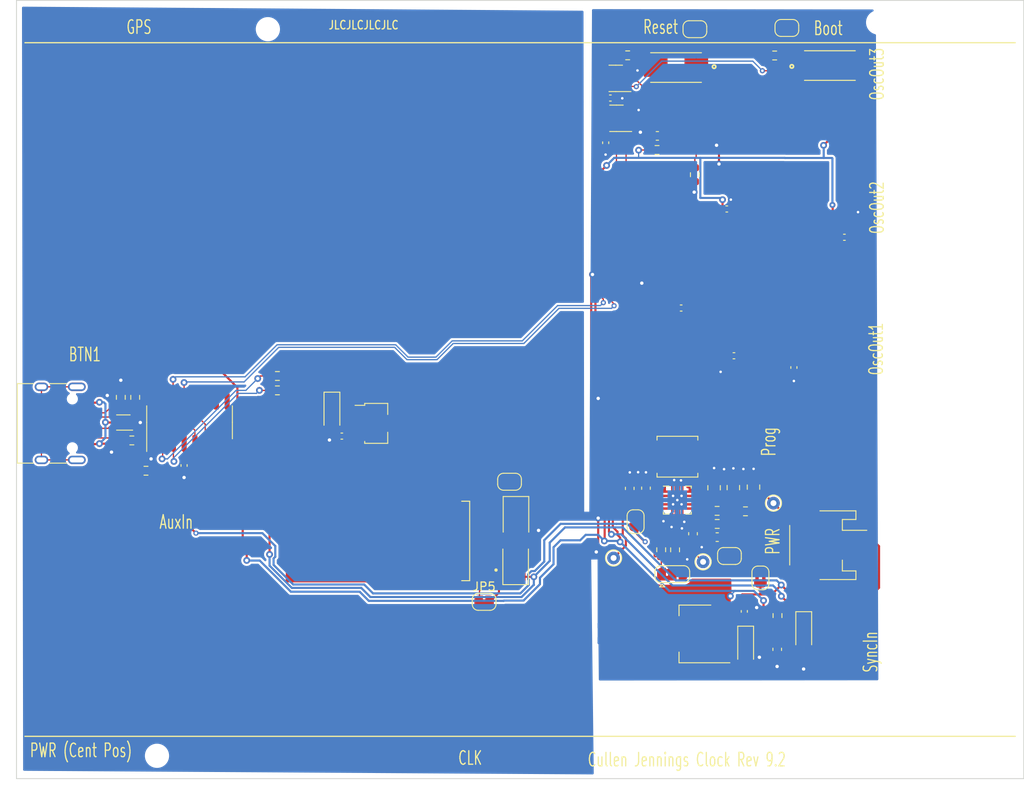
<source format=kicad_pcb>
(kicad_pcb (version 20221018) (generator pcbnew)
  (title_block (title "Clock") (date "2023-12-25") (rev "V9.2") (company "Cullen Jennings"))
  (layers (0 "F.Cu" signal) (31 "B.Cu" power) (34 "B.Paste" user) (35 "F.Paste" user) (36 "B.SilkS" user "B.Silkscreen") (37 "F.SilkS" user "F.Silkscreen") (38 "B.Mask" user) (39 "F.Mask" user) (44 "Edge.Cuts" user))
  (net 0 "")
  (net 1 "+3.3V")
  (net 2 "+3.3VA")
  (net 3 "GND")
  (net 4 "/LED2")
  (net 5 "/USB_RX")
  (net 6 "/USB_TX")
  (net 7 "/AUD_IN")
  (net 8 "/NRST")
  (net 9 "/BOOT0")
  (net 10 "+5VA")
  (net 11 "+5V")
  (net 12 "+6V")
  (net 14 "VBUS")
  (net 15 "Net-(J4-CC1)")
  (net 16 "Net-(J4-D+-PadA6)")
  (net 17 "Net-(J4-D--PadA7)")
  (net 19 "Net-(J4-CC2)")
  (net 21 "unconnected-(J4-SHIELD-PadS1)")
  (net 22 "Net-(U14-UD+)")
  (net 23 "Net-(U14-UD-)")
  (net 30 "/USB_DTR")
  (net 31 "/USB_RTS")
  (net 33 "Net-(JP1-A)")
  (net 34 "Net-(JP2-A)")
  (net 35 "Net-(R41-Pad1)")
  (net 36 "Net-(R42-Pad2)")
  (net 37 "Net-(JP4-A)")
  (net 38 "Net-(U14-TXD)")
  (net 39 "Net-(U14-RXD)")
  (net 40 "Net-(JP5-A)")
  (net 41 "/FVIN")
  (net 42 "/FVOUT")
  (net 43 "/FL1")
  (net 44 "/FL2")
  (net 45 "Net-(U23-VAUX)")
  (net 46 "Net-(U23-EN)")
  (net 47 "Net-(U23-PS{slash}SYNC)")
  (net 48 "Net-(JP8-B)")
  (net 49 "Net-(JP7-C)")
  (net 50 "Net-(JP8-A)")
  (net 51 "Net-(R31-Pad1)")
  (net 52 "Net-(U23-PG)")
  (footprint "Capacitor_Tantalum_SMD:CP_EIA-3528-21_Kemet-B" (layer "F.Cu") (at 153.97093 104.603704 90)
    (fp_text reference "C44" hide)
    (fp_text value "33u")
  )
  (footprint "Capacitor_SMD:C_0402_1005Metric" (layer "F.Cu") (at 173.526407 74.366391 180)
    (fp_text reference "C30" hide)
    (fp_text value "100n")
  )
  (footprint "Jumper:SolderJumper-3_P1.3mm_Bridged2Bar12_RoundedPad1.0x1.5mm" (layer "F.Cu") (at 172.481776 105.825627)
    (fp_text reference "JP7" hide)
    (fp_text value "SolderJumper_3_Bridged12")
  )
  (footprint "Resistor_SMD:R_0603_1608Metric" (layer "F.Cu") (at 172.809529 102.951601 90)
    (fp_text reference "R30" hide)
    (fp_text value "1K0")
  )
  (footprint "Package_TO_SOT_SMD:SOT-23-5" (layer "F.Cu") (at 165.798391 47.216666 180)
    (fp_text reference "U22" hide)
    (fp_text value "74LVC1G00")
  )
  (footprint "Jumper:SolderJumper-2_P1.3mm_Bridged_RoundedPad1.0x1.5mm" (layer "F.Cu") (at 150.25 109.1)
    (fp_text reference "JP5")
    (fp_text value "SolderJumper_2_Open")
  )
  (footprint "Package_TO_SOT_SMD:SOT-666" (layer "F.Cu") (at 107.625 87.9 180)
    (fp_text reference "U15" hide)
    (fp_text value "USBLC6-2P6")
  )
  (footprint "Capacitor_Tantalum_SMD:CP_EIA-3216-18_Kemet-A" (layer "F.Cu") (at 132.266903 86.620691 -90)
    (fp_text reference "C34" hide)
    (fp_text value "10u")
  )
  (footprint "Resistor_SMD:R_0603_1608Metric" (layer "F.Cu") (at 167.20829 44.491065 180)
    (fp_text reference "R42" hide)
    (fp_text value "330R")
  )
  (footprint "Capacitor_Tantalum_SMD:CP_EIA-3216-18_Kemet-A" (layer "F.Cu") (at 181.147163 114.287576 -90)
    (fp_text reference "C41" hide)
    (fp_text value "10u")
  )
  (footprint "Connector_JST:JST_PH_S2B-PH-SM4-TB_1x02-1MP_P2.00mm_Horizontal" (layer "F.Cu") (at 190.861983 102.404043 -90)
    (fp_text reference "J8" hide)
    (fp_text value "Conn_01x02" hide)
  )
  (footprint "Capacitor_SMD:C_0805_2012Metric" (layer "F.Cu") (at 179.693812 95.5942 90)
    (fp_text reference "C65" hide)
    (fp_text value "22uF")
  )
  (footprint "TestPoint:TestPoint_THTPad_D1.5mm_Drill0.7mm" (layer "F.Cu") (at 165.542426 103.914421)
    (fp_text reference "TP2" hide)
    (fp_text value "~")
  )
  (footprint "Capacitor_SMD:C_0402_1005Metric" (layer "F.Cu") (at 179.765254 80.00703 180)
    (fp_text reference "C32" hide)
    (fp_text value "100n")
  )
  (footprint "Capacitor_Tantalum_SMD:CP_EIA-3528-21_Kemet-B" (layer "F.Cu") (at 154.012691 99.107859 -90)
    (fp_text reference "C42" hide)
    (fp_text value "33u")
  )
  (footprint "MountingHole:MountingHole_2.2mm_M2" (layer "F.Cu") (at 196.8 40.6)
    (fp_text reference "H2" hide)
    (fp_text value "M2")
  )
  (footprint "Capacitor_SMD:C_0805_2012Metric" (layer "F.Cu") (at 182.072889 95.537263 90)
    (fp_text reference "C61" hide)
    (fp_text value "22uF")
  )
  (footprint "Capacitor_SMD:C_0402_1005Metric" (layer "F.Cu") (at 164.611579 54.82462 -90)
    (fp_text reference "C58" hide)
    (fp_text value "100n")
  )
  (footprint "Resistor_SMD:R_0603_1608Metric" (layer "F.Cu") (at 181.124019 98.399292 180)
    (fp_text reference "R75" hide)
    (fp_text value "12K")
  )
  (footprint "Package_SON:Texas_S-PWSON-N10_ThermalVias" (layer "F.Cu") (at 173.073016 97.070679)
    (fp_text reference "U23" hide)
    (fp_text value "TPS63060")
  )
  (footprint "Capacitor_Tantalum_SMD:CP_EIA-3216-18_Kemet-A" (layer "F.Cu") (at 188.009145 112.575545 -90)
    (fp_text reference "C43" hide)
    (fp_text value "10u")
  )
  (footprint "Package_TO_SOT_SMD:SOT-223-3_TabPin2" (layer "F.Cu") (at 175.18485 112.892386 180)
    (fp_text reference "U11" hide)
    (fp_text value "AMS1117-3.3" hide)
  )
  (footprint "Capacitor_SMD:C_0402_1005Metric" (layer "F.Cu") (at 180.987179 110.226329 -90)
    (fp_text reference "C39" hide)
    (fp_text value "100n")
  )
  (footprint "Resistor_SMD:R_0603_1608Metric" (layer "F.Cu") (at 177.785194 99.889561 180)
    (fp_text reference "R53" hide)
    (fp_text value "12K")
  )
  (footprint "Connector_USB:USB_C_Receptacle_HRO_TYPE-C-31-M-12" (layer "F.Cu") (at 99 88 -90)
    (fp_text reference "J4" hide)
    (fp_text value "USB_C_Receptacle")
  )
  (footprint "MountingHole:MountingHole_2.2mm_M2" (layer "F.Cu") (at 195.4 126.9)
    (fp_text reference "H3" hide)
    (fp_text value "M2")
  )
  (footprint "TestPoint:TestPoint_THTPad_D1.5mm_Drill0.7mm" (layer "F.Cu") (at 184.431059 97.429813)
    (fp_text reference "TP3" hide)
    (fp_text value "~")
  )
  (footprint "Resistor_SMD:R_0603_1608Metric" (layer "F.Cu") (at 170.679967 55.681887)
    (fp_text reference "R27" hide)
    (fp_text value "4K7" hide)
  )
  (footprint "Resistor_SMD:R_0603_1608Metric" (layer "F.Cu") (at 109.025 84.925 90)
    (fp_text reference "R39" hide)
    (fp_text value "1K0")
  )
  (footprint "Capacitor_SMD:C_0805_2012Metric" (layer "F.Cu") (at 177.416793 95.611831 90)
    (fp_text reference "C64" hide)
    (fp_text value "22uF")
  )
  (footprint "Capacitor_SMD:C_0603_1608Metric" (layer "F.Cu") (at 169.370769 95.660376 90)
    (fp_text reference "C60" hide)
    (fp_text value "10uF")
  )
  (footprint "Capacitor_SMD:C_0603_1608Metric" (layer "F.Cu") (at 184.876074 114.715056 90)
    (fp_text reference "C37" hide)
    (fp_text value "100n")
  )
  (footprint "blinky_footprints:SW_147873-2" (layer "F.Cu") (at 191.1 45.7)
    (fp_text reference "S3" hide)
    (fp_text value "147873-2")
  )
  (footprint "Jumper:SolderJumper-2_P1.3mm_Bridged2Bar_RoundedPad1.0x1.5mm" (layer "F.Cu") (at 186.015897 41.254488)
    (fp_text reference "JP2" hide)
    (fp_text value "SolderJumper_2_Bridged")
  )
  (footprint "Jumper:SolderJumper-2_P1.3mm_Bridged2Bar_RoundedPad1.0x1.5mm" (layer "F.Cu") (at 168.142561 99.619849 90)
    (fp_text reference "JP6" hide)
    (fp_text value "SolderJumper_2_Bridged")
  )
  (footprint "Capacitor_SMD:C_0402_1005Metric" (layer "F.Cu") (at 178.918971 62.656294)
    (fp_text reference "C31" hide)
    (fp_text value "100n")
  )
  (footprint "Capacitor_SMD:C_0603_1608Metric" (layer "F.Cu") (at 174.927139 101.048943 90)
    (fp_text reference "C63" hide)
    (fp_text value "100n")
  )
  (footprint "Package_TO_SOT_SMD:SOT-23-5" (layer "F.Cu") (at 165.882818 51.936889 180)
    (fp_text reference "U21" hide)
    (fp_text value "74LVC1G86")
  )
  (footprint "Capacitor_SMD:C_0603_1608Metric" (layer "F.Cu") (at 177.785884 101.448274 180)
    (fp_text reference "C66" hide)
    (fp_text value "10pF")
  )
  (footprint "Jumper:SolderJumper-2_P1.3mm_Bridged2Bar_RoundedPad1.0x1.5mm" (layer "F.Cu") (at 175.15 41.4)
    (fp_text reference "JP1" hide)
    (fp_text value "SolderJumper_2_Bridged")
  )
  (footprint "Resistor_SMD:R_0603_1608Metric" (layer "F.Cu") (at 110.3 93.6)
    (fp_text reference "R71" hide)
    (fp_text value "1K0")
  )
  (footprint "blinky_footprints:DPAK172P1054X200-6N" (layer "F.Cu") (at 144.958532 101.9 180)
    (fp_text reference "U12" hide)
    (fp_text value "BA50DD0WHFP-TR")
  )
  (footprint "Resistor_SMD:R_0603_1608Metric" (layer "F.Cu") (at 177.774059 98.343698 180)
    (fp_text reference "R31" hide)
    (fp_text value "120K")
  )
  (footprint "Package_TO_SOT_SMD:SOT-89-3" (layer "F.Cu") (at 137.5 88)
    (fp_text reference "U9" hide)
    (fp_text value "L78L05_SOT89" hide)
  )
  (footprint "MountingHole:MountingHole_2.2mm_M2" (layer "F.Cu") (at 111.6 127.3)
    (fp_text reference "H4" hide)
    (fp_text value "M2")
  )
  (footprint "Jumper:SolderJumper-2_P1.3mm_Open_RoundedPad1.0x1.5mm" (layer "F.Cu") (at 179.232263 103.680821 180)
    (fp_text reference "JP8" hide)
    (fp_text value "SolderJumper_2_Open")
  )
  (footprint "blinky_footprints:SW_147873-2" (layer "F.Cu") (at 172.92064 45.934682 180)
    (fp_text reference "S1" hide)
    (fp_text value "147873-2")
  )
  (footprint "Jumper:SolderJumper-2_P1.3mm_Bridged2Bar_RoundedPad1.0x1.5mm" (layer "F.Cu") (at 182.891881 106.270921 -90)
    (fp_text reference "JP9" hide)
    (fp_text value "SolderJumper_2_Bridged")
  )
  (footprint "Capacitor_SMD:C_0603_1608Metric" (layer "F.Cu") (at 167.453121 95.687196 90)
    (fp_text reference "C62" hide)
    (fp_text value "10uF")
  )
  (footprint "Resistor_SMD:R_0603_1608Metric" (layer "F.Cu") (at 108.627889 90.01764 180)
    (fp_text reference "R37" hide)
    (fp_text value "5k1")
  )
  (footprint "Jumper:SolderJumper-2_P1.3mm_Bridged2Bar_RoundedPad1.0x1.5mm" (layer "F.Cu") (at 153.25 94.9)
    (fp_text reference "JP4" hide)
    (fp_text value "SolderJumper_2_Bridged")
  )
  (footprint "Resistor_SMD:R_0603_1608Metric" (layer "F.Cu") (at 175.146386 58.603834 -90)
    (fp_text reference "R28" hide)
    (fp_text value "4K7" hide)
  )
  (footprint "Capacitor_SMD:C_0603_1608Metric" (layer "F.Cu") (at 170.714945 54.016308 180)
    (fp_text reference "C27" hide)
    (fp_text value "100n" hide)
  )
  (footprint "Package_SO:SOIC-16_3.9x9.9mm_P1.27mm" (layer "F.Cu") (at 115.445 87.875 90)
    (fp_text reference "U14" hide)
    (fp_text value "CH340C")
  )
  (footprint "Capacitor_SMD:C_0402_1005Metric" (layer "F.Cu") (at 114.8 92.98 -90)
    (fp_text reference "C50" hide)
    (fp_text value "100n")
  )
  (footprint "Resistor_SMD:R_0603_1608Metric" (layer "F.Cu") (at 184.575062 44.51073)
    (fp_text reference "R41" hide)
    (fp_text value "330R")
  )
  (footprint "Capacitor_SMD:C_0402_1005Metric" (layer "F.Cu") (at 186.844757 81.396838 -90)
    (fp_text reference "C36" hide)
    (fp_text value "100n")
  )
  (footprint "Capacitor_SMD:C_0402_1005Metric" (layer "F.Cu") (at 165.164187 49.541452)
    (fp_text reference "C59" hide)
    (fp_text value "100n")
  )
  (footprint "Capacitor_SMD:C_0402_1005Metric" (layer "F.Cu") (at 133.436234 89.505715)
    (fp_text reference "C33" hide)
    (fp_text value "100n")
  )
  (footprint "MountingHole:MountingHole_2.2mm_M2" (layer "F.Cu") (at 124.7 41.4)
    (fp_text reference "H1" hide)
    (fp_text value "M2")
  )
  (footprint "Resistor_SMD:R_0603_1608Metric" (layer "F.Cu") (at 184.910041 110.722087 -90)
    (fp_text reference "FB1" hide)
    (fp_text value "120Ω@100MHz " hide)
  )
  (footprint "Resistor_SMD:R_0603_1608Metric" (layer "F.Cu") (at 107.325 84.925 -90)
    (fp_text reference "R38" hide)
    (fp_text value "5k1")
  )
  (footprint "Capacitor_SMD:C_0402_1005Metric" (layer "F.Cu") (at 192.813045 65.999424)
    (fp_text reference "C38" hide)
    (fp_text value "100n")
  )
  (footprint "TestPoint:TestPoint_THTPad_D1.5mm_Drill0.7mm" (layer "F.Cu") (at 176.118699 104.369683)
    (fp_text reference "TP4" hide)
    (fp_text value "~")
  )
  (footprint "Inductor_SMD:L_Coilcraft_XAL4020-XXX" (layer "F.Cu") (at 173.087303 91.938112)
    (fp_text reference "L7" hide)
    (fp_text value "1.5uH")
  )
  (footprint "Resistor_SMD:R_0603_1608Metric" (layer "F.Cu") (at 125.825 84.1 180)
    (fp_text reference "R55" hide)
    (fp_text value "1K0")
  )
  (footprint "Resistor_SMD:R_0603_1608Metric" (layer "F.Cu") (at 125.825 82.4)
    (fp_text reference "R51" hide)
    (fp_text value "1K0")
  )
  (footprint "Resistor_SMD:R_0603_1608Metric" (layer "F.Cu") (at 171.169743 102.942067 90)
    (fp_text reference "R29" hide)
    (fp_text value "1K0")
  )
  (gr_line (start 96 43) (end 213 43) (stroke (width 0.15)) (layer "F.SilkS"))
  (gr_line (start 96 125) (end 213 125) (stroke (width 0.15)) (layer "F.SilkS"))
  (gr_line (start 214 130) (end 95 130) (stroke (width 0.1)) (layer "Edge.Cuts"))
  (gr_line (start 95 38) (end 214 38) (stroke (width 0.1)) (layer "Edge.Cuts"))
  (gr_line (start 214 38) (end 214 130) (stroke (width 0.1)) (layer "Edge.Cuts"))
  (gr_line (start 95 38) (end 95 130) (stroke (width 0.1)) (layer "Edge.Cuts"))
  (gr_text "Cullen Jennings Clock Rev 9.2\n" (at 162.4 128.7) (layer "F.SilkS") (effects (font (size 1.6 1)) (justify left bottom)))
  (gr_text "CLK" (at 147.1 128.5) (layer "F.SilkS") (effects (font (size 1.6 1)) (justify left bottom)))
  (gr_text "Prog" (at 184.817696 91.985452 90) (layer "F.SilkS") (effects (font (size 1.6 1)) (justify left bottom)))
  (gr_text "OscOut3" (at 197.6 49.9 90) (layer "F.SilkS") (effects (font (size 1.6 1)) (justify left bottom)))
  (gr_text "PWR (Cent Pos)" (at 96.5 127.6) (layer "F.SilkS") (effects (font (size 1.6 1)) (justify left bottom)))
  (gr_text "OscOut2" (at 197.6 65.7 90) (layer "F.SilkS") (effects (font (size 1.6 1)) (justify left bottom)))
  (gr_text "JLCJLCJLCJLC" (at 131.8 41.5) (layer "F.SilkS") (effects (font (size 1 0.8)) (justify left bottom)))
  (gr_text "SyncIn" (at 196.837516 117.553162 90) (layer "F.SilkS") (effects (font (size 1.6 1)) (justify left bottom)))
  (gr_text "PWR" (at 185.292317 103.612068 90) (layer "F.SilkS") (effects (font (size 1.6 1)) (justify left bottom)))
  (gr_text "BTN1" (at 101.1 80.8) (layer "F.SilkS") (effects (font (size 1.6 1)) (justify left bottom)))
  (gr_text "GPS" (at 107.9 42.1) (layer "F.SilkS") (effects (font (size 1.6 1)) (justify left bottom)))
  (gr_text "OscOut1" (at 197.5 82.4 90) (layer "F.SilkS") (effects (font (size 1.6 1)) (justify left bottom)))
  (gr_text "Reset" (at 168.953363 42.084098) (layer "F.SilkS") (effects (font (size 1.6 1)) (justify left bottom)))
  (gr_text "AuxIn" (at 111.8 100.6) (layer "F.SilkS") (effects (font (size 1.6 1)) (justify left bottom)))
  (gr_text "Boot" (at 189.114206 42.233204) (layer "F.SilkS") (effects (font (size 1.6 1)) (justify left bottom)))
  (segment (start 111 81.6) (end 118.934314 81.6) (width 0.25) (layer "F.Cu") (net 1))
  (segment (start 163.898859 49.590775) (end 164.634864 49.590775) (width 0.25) (layer "F.Cu") (net 1))
  (segment (start 121.725 93.375) (end 121.75 93.35) (width 0.25) (layer "F.Cu") (net 1))
  (segment (start 178.33485 112.892386) (end 181.101973 112.892386) (width 0.25) (layer "F.Cu") (net 1))
  (segment (start 163.774086 70.976405) (end 163.774086 58.454982) (width 0.25) (layer "F.Cu") (net 1))
  (segment (start 164.489994 101.860181) (end 164.489994 84.789994) (width 0.25) (layer "F.Cu") (net 1))
  (segment (start 118.934314 81.6) (end 121.1 83.765686) (width 0.25) (layer "F.Cu") (net 1))
  (segment (start 165.45 100.25427) (end 165.45 84.433446) (width 0.25) (layer "F.Cu") (net 1))
  (segment (start 178.415626 62.632949) (end 178.438971 62.656294) (width 0.25) (layer "F.Cu") (net 1))
  (segment (start 177.838338 83.214572) (end 178.545204 82.507706) (width 0.25) (layer "F.Cu") (net 1))
  (segment (start 164.684187 49.541452) (end 164.684187 48.189962) (width 0.25) (layer "F.Cu") (net 1))
  (segment (start 163.82315 71.025469) (end 163.774086 70.976405) (width 0.25) (layer "F.Cu") (net 1))
  (segment (start 166.316138 102.009896) (end 166.316138 101.497536) (width 0.25) (layer "F.Cu") (net 1))
  (segment (start 179.936157 83.665263) (end 187.124352 83.665263) (width 0.25) (layer "F.Cu") (net 1))
  (segment (start 182.583516 112.944194) (end 183.258896 112.268814) (width 0.25) (layer "F.Cu") (net 1))
  (segment (start 163.4 79.225109) (end 163.4 72.049229) (width 0.25) (layer "F.Cu") (net 1))
  (segment (start 191.44315 65.999424) (end 191.429598 65.985872) (width 0.25) (layer "F.Cu") (net 1))
  (segment (start 178.545204 82.507706) (end 180.245254 80.807656) (width 0.25) (layer "F.Cu") (net 1))
  (segment (start 194.8 50.683257) (end 190.35607 55.127187) (width 0.25) (layer "F.Cu") (net 1))
  (segment (start 191.398543 62.17941) (end 191.429598 62.210465) (width 0.25) (layer "F.Cu") (net 1))
  (segment (start 187.124352 83.665263) (end 188.206847 82.582768) (width 0.25) (layer "F.Cu") (net 1))
  (segment (start 165.45 84.433446) (end 166.162648 83.720798) (width 0.25) (layer "F.Cu") (net 1))
  (segment (start 188.206847 82.582768) (end 188.206847 80.879475) (width 0.25) (layer "F.Cu") (net 1))
  (segment (start 188.206847 80.879475) (end 186.88212 80.879475) (width 0.25) (layer "F.Cu") (net 1))
  (segment (start 121.1 92.6) (end 121.1 83.765686) (width 0.25) (layer "F.Cu") (net 1))
  (segment (start 163.774086 58.454982) (end 164.718467 57.510601) (width 0.25) (layer "F.Cu") (net 1))
  (segment (start 121.1 92.7) (end 121.75 93.35) (width 0.25) (layer "F.Cu") (net 1))
  (segment (start 121.725 101.425) (end 121.725 93.375) (width 0.25) (layer "F.Cu") (net 1))
  (segment (start 114.8 92.5) (end 121 92.5) (width 0.25) (layer "F.Cu") (net 1))
  (segment (start 163.82315 71.626079) (end 163.82315 71.025469) (width 0.25) (layer "F.Cu") (net 1))
  (segment (start 183.27109 109.897087) (end 183.258896 109.884893) (width 0.25) (layer "F.Cu") (net 1))
  (segment (start 163.774086 54.407326) (end 163.836792 54.34462) (width 0.25) (layer "F.Cu") (net 1))
  (segment (start 186.88212 80.879475) (end 186.844757 80.916838) (width 0.25) (layer "F.Cu") (net 1))
  (segment (start 181.147163 112.937576) (end 181.153781 112.944194) (width 0.25) (layer "F.Cu") (net 1))
  (segment (start 172.125904 83.720798) (end 172.63213 83.214572) (width 0.25) (layer "F.Cu") (net 1))
  (segment (start 163.45093 50.038704) (end 163.898859 49.590775) (width 0.25) (layer "F.Cu") (net 1))
  (segment (start 164.489994 84.789994) (end 163.475 83.775) (width 0.25) (layer "F.Cu") (net 1))
  (segment (start 181.101973 112.892386) (end 181.147163 112.937576) (width 0.25) (layer "F.Cu") (net 1))
  (segment (start 164.450175 101.9) (end 164.489994 101.860181) (width 0.25) (layer "F.Cu") (net 1))
  (segment (start 194.5 48.2) (end 193.5 48.2) (width 0.25) (layer "F.Cu") (net 1))
  (segment (start 163.45093 54.08417) (end 163.45093 50.038704) (width 0.25) (layer "F.Cu") (net 1))
  (segment (start 183.258896 108.947033) (end 183.258896 109.884893) (width 0.25) (layer "F.Cu") (net 1))
  (segment (start 172.03485 112.892386) (end 178.33485 112.892386) (width 0.25) (layer "F.Cu") (net 1))
  (segment (start 166.011548 101.192946) (end 166.011548 100.815818) (width 0.25) (layer "F.Cu") (net 1))
  (segment (start 122.2 101.9) (end 121.725 101.425) (width 0.25) (layer "F.Cu") (net 1))
  (segment (start 194.8 48.5) (end 194.8 50.683257) (width 0.25) (layer "F.Cu") (net 1))
  (segment (start 163.475 79.300109) (end 163.4 79.225109) (width 0.25) (layer "F.Cu") (net 1))
  (segment (start 163.774086 58.454982) (end 163.774086 54.407326) (width 0.25) (layer "F.Cu") (net 1))
  (segment (start 191.429598 62.210465) (end 191.429598 65.985872) (width 0.25) (layer "F.Cu") (net 1))
  (segment (start 166.316138 101.497536) (end 166.011548 101.192946) (width 0.25) (layer "F.Cu") (net 1))
  (segment (start 166.162648 83.720798) (end 172.125904 83.720798) (width 0.25) (layer "F.Cu") (net 1))
  (segment (start 164.611579 54.34462) (end 164.611579 53.801025) (width 0.25) (layer "F.Cu") (net 1))
  (segment (start 163.4 72.049229) (end 163.82315 71.626079) (width 0.25) (layer "F.Cu") (net 1))
  (segment (start 111 85.4) (end 111 81.6) (width 0.25) (layer "F.Cu") (net 1))
  (segment (start 181.153781 112.944194) (end 182.583516 112.944194) (width 0.25) (layer "F.Cu") (net 1))
  (segment (start 166.011548 100.815818) (end 165.45 100.25427) (width 0.25) (layer "F.Cu") (net 1))
  (segment (start 163.774086 54.407326) (end 163.45093 54.08417) (width 0.25) (layer "F.Cu") (net 1))
  (segment (start 163.475 83.775) (end 163.475 79.300109) (width 0.25) (layer "F.Cu") (net 1))
  (segment (start 163.836792 54.34462) (end 164.611579 54.34462) (width 0.25) (layer "F.Cu") (net 1))
  (segment (start 192.333045 65.999424) (end 191.44315 65.999424) (width 0.25) (layer "F.Cu") (net 1))
  (segment (start 194.8 48.5) (end 194.5 48.2) (width 0.25) (layer "F.Cu") (net 1))
  (segment (start 121 92.5) (end 121.1 92.6) (width 0.25) (layer "F.Cu") (net 1))
  (segment (start 172.63213 83.214572) (end 177.838338 83.214572) (width 0.25) (layer "F.Cu") (net 1))
  (segment (start 178.7786 82.507706) (end 179.936157 83.665263) (width 0.25) (layer "F.Cu") (net 1))
  (segment (start 114.8 92.5) (end 114.8 90.36) (width 0.25) (layer "F.Cu") (net 1))
  (segment (start 164.634864 49.590775) (end 164.684187 49.541452) (width 0.25) (layer "F.Cu") (net 1))
  (segment (start 114.8 90.36) (end 114.81 90.35) (width 0.25) (layer "F.Cu") (net 1))
  (segment (start 121.1 92.6) (end 121.1 92.7) (width 0.25) (layer "F.Cu") (net 1))
  (segment (start 168.523839 55.681887) (end 168.502988 55.702738) (width 0.15) (layer "F.Cu") (net 1))
  (segment (start 193.5 48.2) (end 193.5 45.7) (width 0.15) (layer "F.Cu") (net 1))
  (segment (start 164.745318 53.631396) (end 164.745318 52.886889) (width 0.25) (layer "F.Cu") (net 1))
  (segment (start 122.2 104.2) (end 122.2 101.9) (width 0.25) (layer "F.Cu") (net 1))
  (segment (start 164.611579 53.801025) (end 164.763263 53.649341) (width 0.25) (layer "F.Cu") (net 1))
  (segment (start 178.415626 61.557487) (end 178.415626 62.632949) (width 0.25) (layer "F.Cu") (net 1))
  (segment (start 184.910041 109.897087) (end 183.27109 109.897087) (width 0.25) (layer "F.Cu") (net 1))
  (segment (start 183.258896 112.268814) (end 183.258896 109.884893) (width 0.25) (layer "F.Cu") (net 1))
  (segment (start 164.763263 53.649341) (end 164.745318 53.631396) (width 0.25) (layer "F.Cu") (net 1))
  (segment (start 178.545204 82.507706) (end 178.7786 82.507706) (width 0.25) (layer "F.Cu") (net 1))
  (segment (start 169.854967 55.681887) (end 168.523839 55.681887) (width 0.15) (layer "F.Cu") (net 1))
  (segment (start 180.245254 80.807656) (end 180.245254 80.00703) (width 0.25) (layer "F.Cu") (net 1))
  (segment (start 164.684187 48.189962) (end 164.660891 48.166666) (width 0.25) (layer "F.Cu") (net 1))
  (via (at 164.718467 57.510601) (size 0.8) (drill 0.4) (layers "F.Cu" "B.Cu") (net 1))
  (via (at 191.398543 62.17941) (size 0.7) (drill 0.3) (layers "F.Cu" "B.Cu") (net 1))
  (via (at 190.35607 55.127187) (size 0.8) (drill 0.4) (layers "F.Cu" "B.Cu") (net 1))
  (via (at 168.502988 55.702738) (size 0.8) (drill 0.4) (layers "F.Cu" "B.Cu") (net 1))
  (via (at 166.316138 102.009896) (size 0.8) (drill 0.4) (layers "F.Cu" "B.Cu") (net 1))
  (via (at 178.415626 61.557487) (size 0.8) (drill 0.4) (layers "F.Cu" "B.Cu") (net 1))
  (via (at 164.450175 101.9) (size 0.8) (drill 0.4) (layers "F.Cu" "B.Cu") (net 1))
  (via (at 122.2 104.2) (size 0.8) (drill 0.4) (layers "F.Cu" "B.Cu") (net 1))
  (via (at 183.258896 108.947033) (size 0.8) (drill 0.4) (layers "F.Cu" "B.Cu") (net 1))
  (via (at 179.339045 108.415792) (size 0.8) (drill 0.4) (layers "F.Cu" "B.Cu") (net 1))
  (segment (start 185.782195 56.622623) (end 190.369603 56.622623) (width 0.25) (layer "B.Cu") (net 1))
  (segment (start 152.567648 108.982352) (end 136.623617 108.982352) (width 0.25) (layer "B.Cu") (net 1))
  (segment (start 127.413584 107.9) (end 123.730896 104.217312) (width 0.25) (layer "B.Cu") (net 1))
  (segment (start 191.398543 56.679596) (end 191.34157 56.622623) (width 0.25) (layer "B.Cu") (net 1))
  (segment (start 185.771247 56.611675) (end 185.782195 56.622623) (width 0.25) (layer "B.Cu") (net 1))
  (segment (start 165.617393 56.611675) (end 168.480703 56.611675) (width 0.25) (layer "B.Cu") (net 1))
  (segment (start 175.791979 56.611675) (end 185.771247 56.611675) (width 0.25) (layer "B.Cu") (net 1))
  (segment (start 164.450175 101.9) (end 166.206242 101.9) (width 0.25) (layer "B.Cu") (net 1))
  (segment (start 179.339045 108.415792) (end 179.339045 108.358232) (width 0.15) (layer "B.Cu") (net 1))
  (segment (start 183.258896 108.947033) (end 182.118988 107.807125) (width 0.25) (layer "B.Cu") (net 1))
  (segment (start 175.791979 61.33935) (end 175.791979 56.611675) (width 0.25) (layer "B.Cu") (net 1))
  (segment (start 156.845366 106.254634) (end 156.845366 107.011396) (width 0.25) (layer "B.Cu") (net 1))
  (segment (start 166.316138 102.009896) (end 172.113367 107.807125) (width 0.25) (layer "B.Cu") (net 1))
  (segment (start 122.217312 104.217312) (end 122.2 104.2) (width 0.25) (layer "B.Cu") (net 1))
  (segment (start 178.207359 61.34922) (end 175.801849 61.34922) (width 0.25) (layer "B.Cu") (net 1))
  (segment (start 166.206242 101.9) (end 166.316138 102.009896) (width 0.25) (layer "B.Cu") (net 1))
  (segment (start 136.623617 108.982352) (end 135.541265 107.9) (width 0.25) (layer "B.Cu") (net 1))
  (segment (start 158.45 102.65) (end 158.45 104.65) (width 0.25) (layer "B.Cu") (net 1))
  (segment (start 164.718467 57.510601) (end 165.617393 56.611675) (width 0.25) (layer "B.Cu") (net 1))
  (segment (start 191.34157 56.622623) (end 190.369603 56.622623) (width 0.25) (layer "B.Cu") (net 1))
  (segment (start 163.728707 101.178532) (end 162.245968 101.178532) (width 0.25) (layer "B.Cu") (net 1))
  (segment (start 179.339045 108.358232) (end 179.890152 107.807125) (width 0.15) (layer "B.Cu") (net 1))
  (segment (start 172.113367 107.807125) (end 179.890152 107.807125) (width 0.25) (layer "B.Cu") (net 1))
  (segment (start 175.801849 61.34922) (end 175.791979 61.33935) (width 0.25) (layer "B.Cu") (net 1))
  (segment (start 154.906762 108.95) (end 152.6 108.95) (width 0.25) (layer "B.Cu") (net 1))
  (segment (start 162.245968 101.178532) (end 161.6 101.8245) (width 0.25) (layer "B.Cu") (net 1))
  (segment (start 190.369603 55.14072) (end 190.35607 55.127187) (width 0.25) (layer "B.Cu") (net 1))
  (segment (start 161.6 101.8245) (end 159.2755 101.8245) (width 0.25) (layer "B.Cu") (net 1))
  (segment (start 168.502988 55.702738) (end 168.502988 56.58939) (width 0.15) (layer "B.Cu") (net 1))
  (segment (start 159.2755 101.8245) (end 158.45 102.65) (width 0.25) (layer "B.Cu") (net 1))
  (segment (start 152.6 108.95) (end 152.567648 108.982352) (width 0.25) (layer "B.Cu") (net 1))
  (segment (start 175.791979 56.611675) (end 168.480703 56.611675) (width 0.25) (layer "B.Cu") (net 1))
  (segment (start 178.415626 61.557487) (end 178.207359 61.34922) (width 0.25) (layer "B.Cu") (net 1))
  (segment (start 156.845366 107.011396) (end 154.906762 108.95) (width 0.25) (layer "B.Cu") (net 1))
  (segment (start 191.398543 62.17941) (end 191.398543 56.679596) (width 0.25) (layer "B.Cu") (net 1))
  (segment (start 158.45 104.65) (end 156.845366 106.254634) (width 0.25) (layer "B.Cu") (net 1))
  (segment (start 164.450175 101.9) (end 163.728707 101.178532) (width 0.25) (layer "B.Cu") (net 1))
  (segment (start 182.118988 107.807125) (end 179.890152 107.807125) (width 0.25) (layer "B.Cu") (net 1))
  (segment (start 123.730896 104.217312) (end 122.217312 104.217312) (width 0.25) (layer "B.Cu") (net 1))
  (segment (start 190.369603 56.622623) (end 190.369603 55.14072) (width 0.25) (layer "B.Cu") (net 1))
  (segment (start 168.502988 56.58939) (end 168.480703 56.611675) (width 0.15) (layer "B.Cu") (net 1))
  (segment (start 135.541265 107.9) (end 127.413584 107.9) (width 0.25) (layer "B.Cu") (net 1))
  (segment (start 165.326377 75.098319) (end 165.228058 75) (width 0.25) (layer "F.Cu") (net 2))
  (segment (start 164 75) (end 163.85 75.15) (width 0.25) (layer "F.Cu") (net 2))
  (segment (start 163.875 79.134424) (end 163.875 83.375) (width 0.25) (layer "F.Cu") (net 2))
  (segment (start 184.910041 113.906089) (end 184.876074 113.940056) (width 0.25) (layer "F.Cu") (net 2))
  (segment (start 165 84.5) (end 165 100.829575) (width 0.25) (layer "F.Cu") (net 2))
  (segment (start 163.85 79.109423) (end 163.875 79.134424) (width 0.25) (layer "F.Cu") (net 2))
  (segment (start 174.397603 75.098319) (end 165.326377 75.098319) (width 0.25) (layer "F.Cu") (net 2))
  (segment (start 163.875 83.375) (end 165 84.5) (width 0.25) (layer "F.Cu") (net 2))
  (segment (start 165 100.829575) (end 165.286548 101.116123) (width 0.25) (layer "F.Cu") (net 2))
  (segment (start 175.129531 74.366391) (end 174.397603 75.098319) (width 0.25) (layer "F.Cu") (net 2))
  (segment (start 184.910041 111.547087) (end 184.910041 113.906089) (width 0.25) (layer "F.Cu") (net 2))
  (segment (start 165.228058 75) (end 164 75) (width 0.25) (layer "F.Cu") (net 2))
  (segment (start 185.3659 108.436544) (end 186.01693 109.087574) (width 0.25) (layer "F.Cu") (net 2))
  (segment (start 186.01693 109.087574) (end 186.01693 111.538207) (width 0.25) (layer "F.Cu") (net 2))
  (segment (start 186.01693 111.538207) (end 184.918921 111.538207) (width 0.25) (layer "F.Cu") (net 2))
  (segment (start 163.85 75.15) (end 163.85 79.109423) (width 0.25) (layer "F.Cu") (net 2))
  (segment (start 174.006407 74.366391) (end 175.129531 74.366391) (width 0.25) (layer "F.Cu") (net 2))
  (via (at 185.3659 108.436544) (size 0.8) (drill 0.4) (layers "F.Cu" "B.Cu") (net 2))
  (via (at 165.286548 101.116123) (size 0.8) (drill 0.4) (layers "F.Cu" "B.Cu") (net 2))
  (segment (start 165.286548 101.116123) (end 166.44767 101.116123) (width 0.25) (layer "B.Cu") (net 2))
  (segment (start 166.44767 101.116123) (end 172.496082 107.164535) (width 0.25) (layer "B.Cu") (net 2))
  (segment (start 184.383368 107.164535) (end 185.3659 108.147067) (width 0.25) (layer "B.Cu") (net 2))
  (segment (start 185.3659 108.147067) (end 185.3659 108.436544) (width 0.25) (layer "B.Cu") (net 2))
  (segment (start 172.496082 107.164535) (end 184.383368 107.164535) (width 0.25) (layer "B.Cu") (net 2))
  (segment (start 109.452889 90.01764) (end 109.452889 91.632198) (width 0.15) (layer "F.Cu") (net 3))
  (segment (start 168.876944 71.423056) (end 169.274207 71.820319) (width 0.25) (layer "F.Cu") (net 3))
  (segment (start 162.9 70.549586) (end 163.049586 70.4) (width 0.25) (layer "F.Cu") (net 3))
  (segment (start 164.59825 55.317949) (end 164.611579 55.30462) (width 0.25) (layer "F.Cu") (net 3))
  (segment (start 155.392597 100.645359) (end 156.359158 101.61192) (width 0.25) (layer "F.Cu") (net 3))
  (segment (start 132.266903 89.672982) (end 131.974218 89.965667) (width 0.25) (layer "F.Cu") (net 3))
  (segment (start 173.273016 94.937333) (end 173.46741 94.742939) (width 0.25) (layer "F.Cu") (net 3))
  (segment (start 189.366192 111.692196) (end 189.366192 113.900241) (width 0.25) (layer "F.Cu") (net 3))
  (segment (start 178.188698 81.910323) (end 178.188698 81.889518) (width 0.25) (layer "F.Cu") (net 3))
  (segment (start 105.675 84.75) (end 105.725 84.7) (width 0.25) (layer "F.Cu") (net 3))
  (segment (start 182.072889 93.390334) (end 182.084102 93.379121) (width 0.25) (layer "F.Cu") (net 3))
  (segment (start 173.673016 98.495679) (end 173.673016 99.420551) (width 0.25) (layer "F.Cu") (net 3))
  (segment (start 174.548016 97.570679) (end 175.421745 97.570679) (width 0.25) (layer "F.Cu") (net 3))
  (segment (start 111 92.1) (end 110.9 92.2) (width 0.25) (layer "F.Cu") (net 3))
  (segment (start 163.725675 85.05) (end 162.9 84.224325) (width 0.25) (layer "F.Cu") (net 3))
  (segment (start 177.708379 55.123605) (end 177.996391 55.411617) (width 0.25) (layer "F.Cu") (net 3))
  (segment (start 156.677693 101.293385) (end 156.359158 101.61192) (width 0.25) (layer "F.Cu") (net 3))
  (segment (start 173.046407 74.366391) (end 173.046407 73.57563) (width 0.25) (layer "F.Cu") (net 3))
  (segment (start 177.416793 94.661831) (end 177.416793 93.285718) (width 0.25) (layer "F.Cu") (net 3))
  (segment (start 114.8 93.46) (end 114.8 94.4) (width 0.25) (layer "F.Cu") (net 3))
  (segment (start 195.78838 101.404043) (end 196.907346 102.523009) (width 0.25) (layer "F.Cu") (net 3))
  (segment (start 172.473016 98.495679) (end 172.473016 99.084257) (width 0.25) (layer "F.Cu") (net 3))
  (segment (start 187.993596 113.941094) (end 188.009145 113.925545) (width 0.25) (layer "F.Cu") (net 3))
  (segment (start 166.570703 49.57033) (end 165.673065 49.57033) (width 0.25) (layer "F.Cu") (net 3))
  (segment (start 149.768532 101.9) (end 143.268532 101.9) (width 0.25) (layer "F.Cu") (net 3))
  (segment (start 175.421745 97.570679) (end 175.959002 98.107936) (width 0.25) (layer "F.Cu") (net 3))
  (segment (start 175.937328 101.823943) (end 175.959002 101.802269) (width 0.25) (layer "F.Cu") (net 3))
  (segment (start 191.48057 109.577818) (end 189.366192 111.692196) (width 0.25) (layer "F.Cu") (net 3))
  (segment (start 172.873016 99.773966) (end 172.873016 98.495679) (width 0.25) (layer "F.Cu") (net 3))
  (segment (start 178.33485 115.192386) (end 180.701973 115.192386) (width 0.25) (layer "F.Cu") (net 3))
  (segment (start 108.55 87.9) (end 109.625 87.9) (width 0.25) (layer "F.Cu") (net 3))
  (segment (start 175.993317 101.448274) (end 175.959002 101.413959) (width 0.25) (layer "F.Cu") (net 3))
  (segment (start 164.59825 56.228556) (end 164.59825 55.317949) (width 0.25) (layer "F.Cu") (net 3))
  (segment (start 162.9 84.224325) (end 162.9 70.549586) (width 0.25) (layer "F.Cu") (net 3))
  (segment (start 169.370769 94.885376) (end 169.370769 93.790666) (width 0.25) (layer "F.Cu") (net 3))
  (segment (start 168.36749 46.281374) (end 168.352782 46.266666) (width 0.25) (layer "F.Cu") (net 3))
  (segment (start 169.274207 73.57563) (end 173.046407 73.57563) (width 0.25) (layer "F.Cu") (net 3))
  (segment (start 188.034449 113.900241) (end 188.009145 113.925545) (width 0.25) (layer "F.Cu") (net 3))
  (segment (start 154.012691 100.645359) (end 155.392597 100.645359) (width 0.25) (layer "F.Cu") (net 3))
  (segment (start 194.422717 63.027198) (end 194.422717 64.869752) (width 0.25) (layer "F.Cu") (net 3))
  (segment (start 175.146386 59.428834) (end 175.146386 60.587995) (width 0.15) (layer "F.Cu") (net 3))
  (segment (start 163.5 103.2) (end 163.725675 102.974325) (width 0.25) (layer "F.Cu") (net 3))
  (segment (start 172.873016 95.645679) (end 172.873016 94.87689) (width 0.25) (layer "F.Cu") (net 3))
  (segment (start 184.876074 116.724297) (end 184.86212 116.738251) (width 0.25) (layer "F.Cu") (net 3))
  (segment (start 167.453121 94.912196) (end 167.453121 93.802017) (width 0.25) (layer "F.Cu") (net 3))
  (segment (start 167.049786 50.957421) (end 167.020318 50.986889) (width 0.25) (layer "F.Cu") (net 3))
  (segment (start 152.343207 103.053151) (end 151.095028 101.804972) (width 0.25) (layer "F.Cu") (net 3))
  (segment (start 152.24743 100.65257) (end 153.860155 100.65257) (width 0.25) (layer "F.Cu") (net 3))
  (segment (start 175.959002 99.866108) (end 175.959002 101.413959) (width 0.25) (layer "F.Cu") (net 3))
  (segment (start 173.673016 95.645679) (end 173.673016 94.910872) (width 0.25) (layer "F.Cu") (net 3))
  (segment (start 149.768532 101.9) (end 151 101.9) (width 0.25) (layer "F.Cu") (net 3))
  (segment (start 182.072889 94.587263) (end 182.072889 93.390334) (width 0.25) (layer "F.Cu") (net 3))
  (segment (start 194.422717 64.869752) (end 193.293045 65.999424) (width 0.25) (layer "F.Cu") (net 3))
  (segment (start 106.075 91.25) (end 106.225 91.4) (width 0.25) (layer "F.Cu") (net 3))
  (segment (start 132.266903 87.970691) (end 132.266903 89.494722) (width 0.25) (layer "F.Cu") (net 3))
  (segment (start 103.045 91.25) (end 106.075 91.25) (width 0.25) (layer "F.Cu") (net 3))
  (segment (start 196.907346 102.523009) (end 196.907346 107.430116) (width 0.25) (layer "F.Cu") (net 3))
  (segment (start 172.473016 94.933642) (end 172.701392 94.705266) (width 0.25) (layer "F.Cu") (net 3))
  (segment (start 175.959002 101.802269) (end 175.957664 101.803607) (width 0.25) (layer "F.Cu") (net 3))
  (segment (start 180.987179 109.746329) (end 182.416265 109.746329) (width 0.25) (layer "F.Cu") (net 3))
  (segment (start 132.956234 89.505715) (end 132.277896 89.505715) (width 0.25) (layer "F.Cu") (net 3))
  (segment (start 107.325 84.1) (end 107.325 82.9) (width 0.15) (layer "F.Cu") (net 3))
  (segment (start 174.242101 104.151432) (end 174.242101 104.07601) (width 0.15) (layer "F.Cu") (net 3))
  (segment (start 167.453121 93.802017) (end 167.458446 93.796692) (width 0.25) (layer "F.Cu") (net 3))
  (segment (start 175.957664 101.803607) (end 175.957664 102.634552) (width 0.25) (layer "F.Cu") (net 3))
  (segment (start 177.996391 57.336175) (end 177.996391 55.411617) (width 0.25) (layer "F.Cu") (net 3))
  (segment (start 168.352782 46.266666) (end 166.935891 46.266666) (width 0.25) (layer "F.Cu") (net 3))
  (segment (start 173.273016 95.645679) (end 173.273016 94.937333) (width 0.25) (layer "F.Cu") (net 3))
  (segment (start 173.781776 105.825627) (end 173.781776 104.611757) (width 0.15) (layer "F.Cu") (net 3))
  (segment (start 169.146084 54.016308) (end 169.939945 54.016308) (width 0.15) (layer "F.Cu") (net 3))
  (segment (start 173.273016 98.495679) (end 173.273016 100.069123) (width 0.25) (layer "F.Cu") (net 3))
  (segment (start 163.725675 102.974325) (end 163.725675 99.204515) (width 0.25) (layer "F.Cu") (net 3))
  (segment (start 153.762172 103.053151) (end 152.343207 103.053151) (width 0.25) (layer "F.Cu") (net 3))
  (segment (start 111 90.35) (end 111 92.1) (width 0.25) (layer "F.Cu") (net 3))
  (segment (start 156.677693 100.654017) (end 156.677693 101.293385) (width 0.25) (layer "F.Cu") (net 3))
  (segment (start 175.982455 99.889561) (end 175.959002 99.866108) (width 0.25) (layer "F.Cu") (net 3))
  (segment (start 178.188698 81.889518) (end 179.285254 80.792962) (width 0.25) (layer "F.Cu") (net 3))
  (segment (start 106.225 91.4) (end 106.025 91.4) (width 0.25) (layer "F.Cu") (net 3))
  (segment (start 196.907346 107.430116) (end 194.759644 109.577818) (width 0.25) (layer "F.Cu") (net 3))
  (segment (start 182.756416 115.637576) (end 182.770053 115.651213) (width 0.25) (layer "F.Cu") (net 3))
  (segment (start 168.709744 53.579968) (end 169.146084 54.016308) (width 0.15) (layer "F.Cu") (net 3))
  (segment (start 172.473016 95.645679) (end 172.473016 94.933642) (width 0.25) (layer "F.Cu") (net 3))
  (segment (start 171.99072 99.566553) (end 172.473016 99.084257) (width 0.25) (layer "F.Cu") (net 3))
  (segment (start 177.010884 101.448274) (end 175.993317 101.448274) (width 0.25) (layer "F.Cu") (net 3))
  (segment (start 180.701973 115.192386) (end 181.147163 115.637576) (width 0.25) (layer "F.Cu") (net 3))
  (segment (start 151.095028 101.804972) (end 152.24743 100.65257) (width 0.25) (layer "F.Cu") (net 3))
  (segment (start 103.045 84.75) (end 105.675 84.75) (width 0.25) (layer "F.Cu") (net 3))
  (segment (start 168.714182 45.934682) (end 168.36749 46.281374) (width 0.15) (layer "F.Cu") (net 3))
  (segment (start 165.673065 49.57033) (end 165.644187 49.541452) (width 0.25) (layer "F.Cu") (net 3))
  (segment (start 173.273016 100.069123) (end 173.618721 100.414828) (width 0.25) (layer "F.Cu") (net 3))
  (segment (start 187.993596 117.041098) (end 187.993596 113.941094) (width 0.25) (layer "F.Cu") (net 3))
  (segment (start 182.416265 109.746329) (end 182.446516 109.77658) (width 0.25) (layer "F.Cu") (net 3))
  (segment (start 181.147163 115.637576) (end 182.756416 115.637576) (width 0.25) (layer "F.Cu") (net 3))
  (segment (start 155.907215 103.066204) (end 156.359158 102.614261) (width 0.25) (layer "F.Cu") (net 3))
  (segment (start 169.274207 71.820319) (end 169.274207 73.57563) (width 0.25) (layer "F.Cu") (net 3))
  (segment (start 176.960194 99.889561) (end 175.982455 99.889561) (width 0.25) (layer "F.Cu") (net 3))
  (segment (start 132.277896 89.505715) (end 132.266903 89.494722) (width 0.25) (layer "F.Cu") (net 3))
  (segment (start 186.844757 82.990263) (end 186.844757 82.171838) (width 0.25) (layer "F.Cu") (net 3))
  (segment (start 109.452889 91.632198) (end 110.020691 92.2) (width 0.15) (layer "F.Cu") (net 3))
  (segment (start 172.394038 100.252944) (end 172.873016 99.773966) (width 0.25) (layer "F.Cu") (net 3))
  (segment (start 193.711983 101.404043) (end 195.78838 101.404043) (width 0.25) (layer "F.Cu") (net 3))
  (segment (start 110.020691 92.2) (end 110.9 92.2) (width 0.15) (layer "F.Cu") (net 3))
  (segment (start 173.673016 94.910872) (end 173.505083 94.742939) (width 0.25) (layer "F.Cu") (net 3))
  (segment (start 156.359158 102.614261) (end 156.359158 101.61192) (width 0.25) (layer "F.Cu") (net 3))
  (segment (start 175.959002 101.413959) (end 175.959002 101.802269) (width 0.25) (layer "F.Cu") (net 3))
  (segment (start 189.366192 113.900241) (end 188.034449 113.900241) (width 0.25) (layer "F.Cu") (net 3))
  (segment (start 135.6375 88) (end 132.296212 88) (width 0.25) (layer "F.Cu") (net 3))
  (segment (start 179.398971 61.552389) (end 179.398971 62.656294) (width 0.25) (layer "F.Cu") (net 3))
  (segment (start 171.99072 99.566553) (end 171.43553 99.566553) (width 0.25) (layer "F.Cu") (net 3))
  (segment (start 151 101.9) (end 151.095028 101.804972) (width 0.25) (layer "F.Cu") (net 3))
  (segment (start 168.50342 50.957421) (end 167.049786 50.957421) (width 0.25) (layer "F.Cu") (net 3))
  (segment (start 194.759644 109.577818) (end 191.48057 109.577818) (width 0.25) (layer "F.Cu") (net 3))
  (segment (start 170.52064 45.934682) (end 168.714182 45.934682) (width 0.15) (layer "F.Cu") (net 3))
  (segment (start 153.97093 103.066204) (end 155.907215 103.066204) (width 0.25) (layer "F.Cu") (net 3))
  (segment (start 173.781776 104.611757) (end 174.242101 104.151432) (width 0.15) (layer "F.Cu") (net 3))
  (segment (start 172.873016 94.87689) (end 172.701392 94.705266) (width 0.25) (layer "F.Cu") (net 3))
  (segment (start 179.693812 94.6442) (end 179.693812 93.324083) (width 0.25) (layer "F.Cu") (net 3))
  (segment (start 174.927139 101.823943) (end 175.937328 101.823943) (width 0.25) (layer "F.Cu") (net 3))
  (segment (start 175.959002 98.107936) (end 175.959002 99.866108) (width 0.25) (layer "F.Cu") (net 3))
  (segment (start 132.266903 89.494722) (end 132.266903 89.672982) (width 0.25) (layer "F.Cu") (net 3))
  (segment (start 179.285254 80.792962) (end 179.285254 80.00703) (width 0.25) (layer "F.Cu") (net 3))
  (segment (start 175.146386 60.587995) (end 175.067479 60.666902) (width 0.15) (layer "F.Cu") (net 3))
  (segment (start 179.693812 93.324083) (end 179.698739 93.319156) (width 0.25) (layer "F.Cu") (net 3))
  (segment (start 177.416793 93.285718) (end 177.418704 93.283807) (width 0.25) (layer "F.Cu") (net 3))
  (segment (start 169.370769 93.790666) (end 169.368344 93.788241) (width 0.25) (layer "F.Cu") (net 3))
  (segment (start 184.876074 115.490056) (end 184.876074 116.724297) (width 0.25) (layer "F.Cu") (net 3))
  (segment (start 173.673016 99.420551) (end 173.895596 99.643131) (width 0.25) (layer "F.Cu") (net 3))
  (segment (start 153.874598 100.638127) (end 153.860155 100.65257) (width 0.25) (layer "F.Cu") (net 3))
  (via (at 175.957664 102.634552) (size 0.6) (drill 0.3) (layers "F.Cu" "B.Cu") (net 3))
  (via (at 163.049586 70.4) (size 0.8) (drill 0.4) (layers "F.Cu" "B.Cu") (net 3))
  (via (at 174.242101 104.07601) (size 0.6) (drill 0.3) (layers "F.Cu" "B.Cu") (net 3))
  (via (at 110.9 92.2) (size 0.8) (drill 0.4) (layers "F.Cu" "B.Cu") (net 3))
  (via (at 163.725675 99.204515) (size 0.8) (drill 0.4) (layers "F.Cu" "B.Cu") (net 3))
  (via (at 156.677693 100.654017) (size 0.8) (drill 0.4) (layers "F.Cu" "B.Cu") (net 3))
  (via (at 179.398971 61.552389) (size 0.7) (drill 0.3) (layers "F.Cu" "B.Cu") (net 3))
  (via (at 182.084102 93.379121) (size 0.6) (drill 0.3) (layers "F.Cu" "B.Cu") (net 3))
  (via (at 168.36749 46.281374) (size 0.6) (drill 0.3) (layers "F.Cu" "B.Cu") (net 3))
  (via (at 172.701392 94.705266) (size 0.6) (drill 0.3) (layers "F.Cu" "B.Cu") (net 3))
  (via (at 168.50342 50.957421) (size 0.6) (drill 0.3) (layers "F.Cu" "B.Cu") (net 3))
  (via (at 175.067479 60.666902) (size 0.8) (drill 0.4) (layers "F.Cu" "B.Cu") (net 3))
  (via (at 168.441467 93.774274) (size 0.6) (drill 0.3) (layers "F.Cu" "B.Cu") (net 3))
  (via (at 109.625 87.9) (size 0.8) (drill 0.4) (layers "F.Cu" "B.Cu") (net 3))
  (via (at 182.446516 109.77658) (size 0.8) (drill 0.4) (layers "F.Cu" "B.Cu") (net 3))
  (via (at 106.225 91.4) (size 0.8) (drill 0.4) (layers "F.Cu" "B.Cu") (net 3))
  (via (at 114.8 94.4) (size 0.8) (drill 0.4) (layers "F.Cu" "B.Cu") (net 3))
  (via (at 131.974218 89.965667) (size 0.8) (drill 0.4) (layers "F.Cu" "B.Cu") (net 3))
  (via (at 164.59825 56.228556) (size 0.6) (drill 0.3) (layers "F.Cu" "B.Cu") (net 3))
  (via (at 177.418704 93.283807) (size 0.6) (drill 0.3) (layers "F.Cu" "B.Cu") (net 3))
  (via (at 177.996391 57.336175) (size 0.8) (drill 0.4) (layers "F.Cu" "B.Cu") (net 3))
  (via (at 172.394038 100.252944) (size 0.6) (drill 0.3) (layers "F.Cu" "B.Cu") (net 3))
  (via (at 107.325 82.9) (size 0.8) (drill 0.4) (layers "F.Cu" "B.Cu") (net 3))
  (via (at 163.725675 85.05) (size 0.8) (drill 0.4) (layers "F.Cu" "B.Cu") (net 3))
  (via (at 178.594959 93.416127) (size 0.6) (drill 0.3) (layers "F.Cu" "B.Cu") (net 3))
  (via (at 166.570703 49.57033) (size 0.6) (drill 0.3) (layers "F.Cu" "B.Cu") (net 3))
  (via (at 182.770053 115.651213) (size 0.8) (drill 0.4) (layers "F.Cu" "B.Cu") (net 3))
  (via (at 186.844757 82.990263) (size 0.7) (drill 0.3) (layers "F.Cu" "B.Cu") (net 3))
  (via (at 167.458446 93.796692) (size 0.6) (drill 0.3) (layers "F.Cu" "B.Cu") (net 3))
  (via (at 171.43553 99.566553) (size 0.6) (drill 0.3) (layers "F.Cu" "B.Cu") (net 3))
  (via (at 177.708379 55.123605) (size 0.8) (drill 0.4) (layers "F.Cu" "B.Cu") (net 3))
  (via (at 194.422717 63.027198) (size 0.7) (drill 0.3) (layers "F.Cu" "B.Cu") (net 3))
  (via (at 163.5 103.2) (size 0.8) (drill 0.4) (layers "F.Cu" "B.Cu") (net 3))
  (via (at 168.709744 53.579968) (size 0.8) (drill 0.4) (layers "F.Cu" "B.Cu") (net 3))
  (via (at 168.876944 71.423056) (size 0.8) (drill 0.4) (layers "F.Cu" "B.Cu") (net 3))
  (via (at 179.698739 93.319156) (size 0.6) (drill 0.3) (layers "F.Cu" "B.Cu") (net 3))
  (via (at 173.618721 100.414828) (size 0.6) (drill 0.3) (layers "F.Cu" "B.Cu") (net 3))
  (via (at 173.895596 99.643131) (size 0.6) (drill 0.3) (layers "F.Cu" "B.Cu") (net 3))
  (via (at 169.368344 93.788241) (size 0.6) (drill 0.3) (layers "F.Cu" "B.Cu") (net 3))
  (via (at 178.188698 81.910323) (size 0.7) (drill 0.3) (layers "F.Cu" "B.Cu") (net 3))
  (via (at 173.505083 94.742939) (size 0.6) (drill 0.3) (layers "F.Cu" "B.Cu") (net 3))
  (via (at 180.882766 93.39797) (size 0.6) (drill 0.3) (layers "F.Cu" "B.Cu") (net 3))
  (via (at 184.86212 116.738251) (size 0.8) (drill 0.4) (layers "F.Cu" "B.Cu") (net 3))
  (via (at 105.725 84.7) (size 0.8) (drill 0.4) (layers "F.Cu" "B.Cu") (net 3))
  (via (at 187.993596 117.041098) (size 0.8) (drill 0.4) (layers "F.Cu" "B.Cu") (net 3))
  (segment (start 173.775577 59.375) (end 175.067479 60.666902) (width 0.25) (layer "B.Cu") (net 3))
  (segment (start 100.205716 95.194284) (end 99.5 94.488568) (width 0.25) (layer "B.Cu") (net 3))
  (segment (start 162.4 109.9) (end 162.4 103.6) (width 0.25) (layer "B.Cu") (net 3))
  (segment (start 106.025 91.6) (end 106.025 94.4) (width 0.25) (layer "B.Cu") (net 3))
  (segment (start 99.5 94.488568) (end 99.5 82.5) (width 0.25) (layer "B.Cu") (net 3))
  (segment (start 114.8 98) (end 114.9 98.1) (width 0.25) (layer "B.Cu") (net 3))
  (segment (start 106.225 91.4) (end 106.025 91.6) (width 0.25) (layer "B.Cu") (net 3))
  (segment (start 106.4228 80.5772) (end 106.4 80.6) (width 0.25) (layer "B.Cu") (net 3))
  (segment (start 163.32848 45.44467) (end 163.4 45.51619) (width 0.25) (layer "B.Cu") (net 3))
  (segment (start 163.623333 99.102173) (end 163.725675 99.204515) (width 0.25) (layer "B.Cu") (net 3))
  (segment (start 172.701392 93.069927) (end 172.604665 92.9732) (width 0.25) (layer "B.Cu") (net 3))
  (segment (start 174.252875 103.489752) (end 173.90483 103.489752) (width 0.25) (layer "B.Cu") (net 3))
  (segment (start 194.422717 63.027198) (end 194.422717 55.3) (width 0.25) (layer "B.Cu") (net 3))
  (segment (start 179.698739 92.406909) (end 179.772634 92.333014) (width 0.25) (layer "B.Cu") (net 3))
  (segment (start 178.604037 92.333014) (end 178.604037 93.407049) (width 0.25) (layer "B.Cu") (net 3))
  (segment (start 177.418704 92.343142) (end 177.408576 92.333014) (width 0.25) (layer "B.Cu") (net 3))
  (segment (start 173.90483 103.489752) (end 169.036984 98.621906) (width 0.25) (layer "B.Cu") (net 3))
  (segment (start 178.188698 81.910323) (end 177.174214 82.924807) (width 0.25) (layer "B.Cu") (net 3))
  (segment (start 173.073016 99.573966) (end 172.955992 99.690989) (width 0.25) (layer "B.Cu") (net 3))
  (segment (start 104.8 84.7) (end 104.8 82.1) (width 0.25) (layer "B.Cu") (net 3))
  (segment (start 163.4 56.121192) (end 163.4 59.4) (width 0.25) (layer "B.Cu") (net 3))
  (segment (start 116.996709 103.196709) (end 116.9 103.1) (width 0.25) (layer "B.Cu") (net 3))
  (segment (start 164.971587 83.522736) (end 177.174214 83.522736) (width 0.25) (layer "B.Cu") (net 3))
  (segment (start 172.573016 98.429067) (end 171.43553 99.566553) (width 0.25) (layer "B.Cu") (net 3))
  (segment (start 184.858612 117.782653) (end 187.252041 117.782653) (width 0.25) (layer "B.Cu") (net 3))
  (segment (start 109.625 87.9) (end 109.625 87.1) (width 0.25) (layer "B.Cu") (net 3))
  (segment (start 177.604399 46.623056) (end 177.55268 46.623056) (width 0.15) (layer "B.Cu") (net 3))
  (segment (start 163.725675 98.167342) (end 163.725675 94.75418) (width 0.25) (layer "B.Cu") (net 3))
  (segment (start 178.5 45.8) (end 178.427455 45.8) (width 0.15) (layer "B.Cu") (net 3))
  (segment (start 173.477328 92.9732) (end 175.915377 92.9732) (width 0.25) (layer "B.Cu") (net 3))
  (segment (start 107.125 91.4) (end 106.225 91.4) (width 0.25) (layer "B.Cu") (net 3))
  (segment (start 167.458446 93.796692) (end 167.458446 92.973201) (width 0.25) (layer "B.Cu") (net 3))
  (segment (start 163.711879 64.9) (end 163.711879 62.4) (width 0.25) (layer "B.Cu") (net 3))
  (segment (start 196.3 55) (end 196 55.3) (width 0.25) (layer "B.Cu") (net 3))
  (segment (start 141.8 91) (end 141.8 88.2) (width 0.25) (layer "B.Cu") (net 3))
  (segment (start 177.353126 54.300261) (end 172.5 54.300261) (width 0.25) (layer "B.Cu") (net 3))
  (segment (start 163.4 45.51619) (end 163.4 50.356541) (width 0.25) (layer "B.Cu") (net 3))
  (segment (start 177.69141 54.300261) (end 177.353126 54.300261) (width 0.25) (layer "B.Cu") (net 3))
  (segment (start 172.5 48.9) (end 172.5 54.300261) (width 0.15) (layer "B.Cu") (net 3))
  (segment (start 163.4 55.7) (end 163.4 50.356541) (width 0.25) (layer "B.Cu") (net 3))
  (segment (start 166.747763 54.300261) (end 164.799739 54.300261) (width 0.25) (layer "B.Cu") (net 3))
  (segment (start 190.585 50.125) (end 195.525 50.125) (width 0.25) (layer "B.Cu") (net 3))
  (segment (start 168.709744 53.579968) (end 168.709744 53.970938) (width 0.15) (layer "B.Cu") (net 3))
  (segment (start 111.6 98.1) (end 113.8 98.1) (width 0.25) (layer "B.Cu") (net 3))
  (segment (start 190.2 81.021336) (end 189.1 82.121336) (width 0.15) (layer "B.Cu") (net 3))
  (segment (start 167.458445 92.9732) (end 168.441467 92.9732) (width 0.25) (layer "B.Cu") (net 3))
  (segment (start 163.425 59.375) (end 173.775577 59.375) (width 0.25) (layer "B.Cu") (net 3))
  (segment (start 109.625 88.9) (end 108.6125 89.9125) (width 0.25) (layer "B.Cu") (net 3))
  (segment (start 190.585 54.387687) (end 190.6 54.402687) (width 0.25) (layer "B.Cu") (net 3))
  (segment (start 172.573016 94.833642) (end 172.701392 94.705266) (width 0.25) (layer "B.Cu") (net 3))
  (segment (start 172.573016 97.570679) (end 172.573016 98.429067) (width 0.25) (layer "B.Cu") (net 3))
  (segment (start 98.6 110.2) (end 97.3 111.5) (width 0.25) (layer "B.Cu") (net 3))
  (segment (start 196.3 50.9) (end 196.3 55) (width 0.25) (layer "B.Cu") (net 3))
  (segment (start 107.125 94.4) (end 106.2 94.4) (width 0.25) (layer "B.Cu") (net 3))
  (segment (start 180.910001 93.370735) (end 180.882766 93.39797) (width 0.25) (layer "B.Cu") (net 3))
  (segment (start 103.6 82.1) (end 106.525 82.1) (width 0.25) (layer "B.Cu") (net 3))
  (segment (start 179.409073 54.300261) (end 177.69141 54.300261) (width 0.25) (layer "B.Cu") (net 3))
  (segment (start 106.4 80.6) (end 117.6 80.6) (width 0.25) (layer "B.Cu") (net 3))
  (segment (start 163.783658 113.956306) (end 167.610005 117.782653) (width 0.25) (layer "B.Cu") (net 3))
  (segment (start 166.754432 54.30693) (end 166.747763 54.300261) (width 0.25) (layer "B.Cu") (net 3))
  (segment (start 172.573016 96.570679) (end 172.573016 94.833642) (width 0.25) (layer "B.Cu") (net 3))
  (segment (start 177.996391 59.909912) (end 179.398971 61.312492) (width 0.25) (layer "B.Cu") (net 3))
  (segment (start 160.5 43.5) (end 160.6 43.6) (width 0.25) (layer "B.Cu") (net 3))
  (segment (start 177.418704 93.283807) (end 177.418704 92.343142) (width 0.25) (layer "B.Cu") (net 3))
  (segment (start 182.770053 115.651213) (end 182.780399 115.661559) (width 0.25) (layer "B.Cu") (net 3))
  (segment (start 168.441467 92.9732) (end 169.385798 92.9732) (width 0.25) (layer "B.Cu") (net 3))
  (segment (start 150.1 43.5) (end 160.5 43.5) (width 0.25) (layer "B.Cu") (net 3))
  (segment (start 128.3 98.2) (end 128.3 90.6) (width 0.25) (layer "B.Cu") (net 3))
  (segment (start 98.949378 101.5) (end 113.9 101.5) (width 0.25) (layer "B.Cu") (net 3))
  (segment (start 131 90.6) (end 131.4 91) (width 0.25) (layer "B.Cu") (net 3))
  (segment (start 168.876944 71.423056) (end 168.153888 70.7) (width 0.25) (layer "B.Cu") (net 3))
  (segment (start 163.5 103.2) (end 163.786552 103.486552) (width 0.25) (layer "B.Cu") (net 3))
  (segment (start 162.4 103.6) (end 162.8 103.2) (width 0.25) (layer "B.Cu") (net 3))
  (segment (start 99.5 82.5) (end 99.5 82.1) (width 0.25) (layer "B.Cu") (net 3))
  (segment (start 106.525 82.1) (end 107.325 82.9) (width 0.25) (layer "B.Cu") (net 3))
  (segment (start 177.8 83.611922) (end 177.7 83.511922) (width 0.15) (layer "B.Cu") (net 3))
  (segment (start 110.9 92.2) (end 108.6125 89.9125) (width 0.25) (layer "B.Cu") (net 3))
  (segment (start 99.5 80.6) (end 106.4 80.6) (width 0.25) (layer "B.Cu") (net 3))
  (segment (start 163.4 59.4) (end 163.425 59.375) (width 0.25) (layer "B.Cu") (net 3))
  (segment (start 122.25 79.875) (end 121.525 80.6) (width 0.25) (layer "B.Cu") (net 3))
  (segment (start 179.772634 92.333014) (end 180.910001 92.333014) (width 0.25) (layer "B.Cu") (net 3))
  (segment (start 106 122.7) (end 114.894642 122.7) (width 0.25) (layer "B.Cu") (net 3))
  (segment (start 181.037995 92.333014) (end 182.084102 93.379121) (width 0.25) (layer "B.Cu") (net 3))
  (segment (start 179.698739 93.319156) (end 179.698739 92.406909) (width 0.25) (layer "B.Cu") (net 3))
  (segment (start 131.339885 90.6) (end 131.974218 89.965667) (width 0.25) (layer "B.Cu") (net 3))
  (segment (start 194.025404 54.402687) (end 194.422717 54.8) (width 0.25) (layer "B.Cu") (net 3))
  (segment (start 173.573016 97.570679) (end 173.573016 99.320551) (width 0.25) (layer "B.Cu") (net 3))
  (segment (start 186.323098 83.511922) (end 186.844757 82.990263) (width 0.25) (layer "B.Cu") (net 3))
  (segment (start 169.036984 98.621906) (end 163.725675 98.621906) (width 0.25) (layer "B.Cu") (net 3))
  (segment (start 163.711879 64.9) (end 169.778273 64.9) (width 0.25) (layer "B.Cu") (net 3))
  (segment (start 147.4 43.5) (end 115.9 43.5) (width 0.25) (layer "B.Cu") (net 3))
  (segment (start 163.786552 111.701645) (end 163.786552 113.953412) (width 0.25) (layer "B.Cu") (net 3))
  (segment (start 131.4 91) (end 141.8 91) (width 0.25) (layer "B.Cu") (net 3))
  (segment (start 99.5 80.6) (end 97.8 80.6) (width 0.25) (layer "B.Cu") (net 3))
  (segment (start 100.205716 95.194284) (end 100.405716 95.194284) (width 0.25) (layer "B.Cu") (net 3))
  (segment (start 98.6 96.8) (end 100.205716 95.194284) (width 0.25) (layer "B.Cu") (net 3))
  (segment (start 190.6 54.402687) (end 187.333617 54.402687) (width 0.25) (layer "B.Cu") (net 3))
  (segment (start 180.910001 92.333014) (end 181.037995 92.333014) (width 0.25) (layer "B.Cu") (net 3))
  (segment (start 163.725675 92.9732) (end 167.458445 92.9732) (width 0.25) (layer "B.Cu") (net 3))
  (segment (start 166.559596 50.356541) (end 163.4 50.356541) (width 0.25) (layer "B.Cu") (net 3))
  (segment (start 163.786552 111.701645) (end 163.786552 112.14144) (width 0.25) (layer "B.Cu") (net 3))
  (segment (start 178.604037 93.407049) (end 178.594959 93.416127) (width 0.25) (layer "B.Cu") (net 3))
  (segment (start 160.6 43.6) (end 160.6 59.7) (width 0.25) (layer "B.Cu") (net 3))
  (segment (start 96.461208 43.983965) (end 96.461208 58.6) (width 0.25) (layer "B.Cu") (net 3))
  (segment (start 162.8 103.2) (end 163.5 103.2) (width 0.25) (layer "B.Cu") (net 3))
  (segment (start 174.242101 104.07601) (end 174.242101 103.500526) (width 0.15) (layer "B.Cu") (net 3))
  (segment (start 175.957664 102.634552) (end 175.102464 103.489752) (width 0.25) (layer "B.Cu") (net 3))
  (segment (start 175.102464 103.489752) (end 174.252875 103.489752) (width 0.25) (layer "B.Cu") (net 3))
  (segment (start 188.108762 55.447459) (end 188.108762 55.177832) (width 0.15) (layer "B.Cu") (net 3))
  (segment (start 175.915377 92.9732) (end 176.555563 92.333014) (width 0.25) (layer "B.Cu") (net 3))
  (segment (start 97.2 80) (end 97.2 72) (width 0.25) (layer "B.Cu") (net 3))
  (segment (start 163.725675 94.75418) (end 163.725675 92.9732) (width 0.25) (layer "B.Cu") (net 3))
  (segment (start 168.441467 92.9732) (end 168.441467 93.774274) (width 0.25) (layer "B.Cu") (net 3))
  (segment (start 178.427455 45.8) (end 177.604399 46.623056) (width 0.15) (layer "B.Cu") (net 3))
  (segment (start 99.5 82.1) (end 99.5 80.6) (width 0.25) (layer "B.Cu") (net 3))
  (segment (start 164.525 83.086497) (end 164.958291 83.519788) (width 0.15) (layer "B.Cu") (net 3))
  (segment (start 163.725675 99.204515) (end 163.725675 98.621906) (width 0.25) (layer "B.Cu") (net 3))
  (segment (start 167.648373 117.782653) (end 182.703694 117.782653) (width 0.25) (layer "B.Cu") (net 3))
  (segment (start 179.398971 61.312492) (end 179.398971 61.552389) (width 0.25) (layer "B.Cu") (net 3))
  (segment (start 114.9 98.1) (end 115.5 98.1) (width 0.25) (layer "B.Cu") (net 3))
  (segment (start 173.505083 93.000955) (end 173.477328 92.9732) (width 0.25) (layer "B.Cu") (net 3))
  (segment (start 120.2 103.1) (end 116.9 103.1) (width 0.25) (layer "B.Cu") (net 3))
  (segment (start 168.380421 54.300261) (end 166.927229 54.300261) (width 0.25) (layer "B.Cu") (net 3))
  (segment (start 172.604665 92.9732) (end 173.477328 92.9732) (width 0.25) (layer "B.Cu") (net 3))
  (segment (start 128.3 90.6) (end 131 90.6) (width 0.25) (layer "B.Cu") (net 3))
  (segment (start 177.7 83.511922) (end 178.864095 83.511922) (width 0.25) (layer "B.Cu") (net 3))
  (segment (start 163.4 55.7) (end 163.4 56.121192) (width 0.25) (layer "B.Cu") (net 3))
  (segment (start 106.4228 78.3114) (end 106.4228 80.5772) (width 0.25) (layer "B.Cu") (net 3))
  (segment (start 182.703694 117.782653) (end 184.858612 117.782653) (width 0.25) (layer "B.Cu") (net 3))
  (segment (start 115.9 43.5) (end 115.9 45.5) (width 0.25) (layer "B.Cu") (net 3))
  (segment (start 177.69141 55.106636) (end 177.708379 55.123605) (width 0.25) (layer "B.Cu") (net 3))
  (segment (start 169.368344 92.990654) (end 169.385798 92.9732) (width 0.25) (layer "B.Cu") (net 3))
  (segment (start 131 90.6) (end 131.339885 90.6) (width 0.25) (layer "B.Cu") (net 3))
  (segment (start 172.955992 99.690989) (end 172.394038 100.252944) (width 0.25) (layer "B.Cu") (net 3))
  (segment (start 175.067479 60.666902) (end 173.809574 59.408997) (width 0.15) (layer "B.Cu") (net 3))
  (segment (start 114.8 94.4) (end 114.8 98) (width 0.25) (layer "B.Cu") (net 3))
  (segment (start 170.652787 54.300261) (end 168.380421 54.300261) (width 0.25) (layer "B.Cu") (net 3))
  (segment (start 189.1 82.990263) (end 186.844757 82.990263) (width 0.15) (layer "B.Cu") (net 3))
  (segment (start 163.786552 103.486552) (end 163.786552 111.701645) (width 0.25) (layer "B.Cu") (net 3))
  (segment (start 115.3 101.5) (end 113.9 101.5) (width 0.25) (layer "B.Cu") (net 3))
  (segment (start 182.703694 115.717572) (end 182.770053 115.651213) (width 0.25) (layer "B.Cu") (net 3))
  (segment (start 113.8 98.1) (end 114.9 98.1) (width 0.25) (layer "B.Cu") (net 3))
  (segment (start 163.741565 90.876844) (end 163.725675 90.860954) (width 0.15) (layer "B.Cu") (net 3))
  (segment (start 164.525 82.675) (end 164.525 83.086497) (width 0.15) (layer "B.Cu") (net 3))
  (segment (start 177.174214 83.522736) (end 177.174214 83.219154) (width 0.25) (layer "B.Cu") (net 3))
  (segment (start 173.618721 100.353718) (end 172.955992 99.690989) (width 0.25) (layer "B.Cu") (net 3))
  (segment (start 167.530786 45.44467) (end 163.32848 45.44467) (width 0.25) (layer "B.Cu") (net 3))
  (segment (start 147.4 43.5) (end 150.1 43.5) (width 0.25) (layer "B.Cu") (net 3))
  (segment (start 177.174214 83.511922) (end 177.7 83.511922) (width 0.25) (layer "B.Cu") (net 3))
  (segment (start 166.559596 50.356541) (end 166.559596 49.581437) (width 0.25) (layer "B.Cu") (net 3))
  (segment (start 174.242101 103.500526) (end 174.252875 103.489752) (width 0.15) (layer "B.Cu") (net 3))
  (segment (start 196 55.3) (end 194.422717 55.3) (width 0.25) (layer "B.Cu") (net 3))
  (segment (start 177.408576 92.333014) (end 178.604037 92.333014) (width 0.25) (layer "B.Cu") (net 3))
  (segment (start 107.125 94.4) (end 107.9 94.4) (width 0.25) (layer "B.Cu") (net 3))
  (segment (start 194.422717 54.8) (end 194.422717 55.3) (width 0.25) (layer "B.Cu") (net 3))
  (segment (start 164.4 83.519788) (end 163.725675 84.194113) (width 0.25) (layer "B.Cu") (net 3))
  (segment (start 105.725 84.7) (end 107.225 84.7) (width 0.25) (layer "B.Cu") (net 3))
  (segment (start 121.525 80.6) (end 117.6 80.6) (width 0.25) (layer "B.Cu") (net 3))
  (segment (start 163.783658 113.345478) (end 163.783658 113.956306) (width 0.25) (layer "B.Cu") (net 3))
  (segment (start 168.153888 70.7) (end 163.349586 70.7) (width 0.25) (layer "B.Cu") (net 3))
  (segment (start 182.446516 109.77658) (end 182.770053 110.100117) (width 0.25) (layer "B.Cu") (net 3))
  (segment (start 164.4 83.519788) (end 164.958291 83.519788) (width 0.25) (layer "B.Cu") (net 3))
  (segment (start 163.711879 69.737707) (end 163.711879 64.9) (width 0.25) (layer "B.Cu") (net 3))
  (segment (start 196.224045 83.777667) (end 195.436641 82.990263) (width 0.15) (layer "B.Cu") (net 3))
  (segment (start 116.9 103.1) (end 115.3 101.5) (width 0.25) (layer "B.Cu") (net 3))
  (segment (start 163.725675 90.860954) (end 163.725675 85.05) (width 0.25) (layer "B.Cu") (net 3))
  (segment (start 128.2 98.1) (end 128.3 98.2) (width 0.25) (layer "B.Cu") (net 3))
  (segment (start 173.809574 59.408997) (end 164.975814 59.408997) (width 0.15) (layer "B.Cu") (net 3))
  (segment (start 124.1 88.65317) (end 124.1 89.9) (width 0.25) (layer "B.Cu") (net 3))
  (segment (start 163.4 56.121192) (end 164.490886 56.121192) (width 0.25) (layer "B.Cu") (net 3))
  (segment (start 177.55268 46.623056) (end 175.275736 48.9) (width 0.15) (layer "B.Cu") (net 3))
  (segment (start 195.436641 82.990263) (end 189.1 82.990263) (width 0.15) (layer "B.Cu") (net 3))
  (segment (start 173.573016 96.570679) (end 173.573016 94.810872) (width 0.25) (layer "B.Cu") (net 3))
  (segment (start 164.490886 56.121192) (end 164.59825 56.228556) (width 0.25) (layer "B.Cu") (net 3))
  (segment (start 177.996391 57.336175) (end 177.996391 59.909912) (width 0.25) (layer "B.Cu") (net 3))
  (segment (start 147.4 43.5) (end 147.4 45.711908) (width 0.25) (layer "B.Cu") (net 3))
  (segment (start 168.36749 46.281374) (end 167.530786 45.44467) (width 0.25) (layer "B.Cu") (net 3))
  (segment (start 178.864095 83.511922) (end 186.323098 83.511922) (width 0.25) (layer "B.Cu") (net 3))
  (segment (start 117.6 74.8) (end 117.6 80.6) (width 0.25) (layer "B.Cu") (net 3))
  (segment (start 163.049586 70.4) (end 163.711879 69.737707) (width 0.25) (layer "B.Cu") (net 3))
  (segment (start 169.368344 93.788241) (end 169.368344 92.990654) (width 0.25) (layer "B.Cu") (net 3))
  (segment (start 177.69141 54.300261) (end 177.69141 55.106636) (width 0.25) (layer "B.Cu") (net 3))
  (segment (start 173.505083 94.742939) (end 173.505083 93.000955) (width 0.25) (layer "B.Cu") (net 3))
  (segment (start 163.349586 70.7) (end 163.049586 70.4) (width 0.25) (layer "B.Cu") (net 3))
  (segment (start 100.405716 95.194284) (end 101.2 94.4) (width 0.25) (layer "B.Cu") (net 3))
  (segment (start 179.511499 54.402687) (end 179.409073 54.300261) (width 0.25) (layer "B.Cu") (net 3))
  (segment (start 163.725675 98.621906) (end 163.725675 98.167342) (width 0.25) (layer "B.Cu") (net 3))
  (segment (start 173.618721 100.414828) (end 173.618721 100.353718) (width 0.25) (layer "B.Cu") (net 3))
  (segment (start 163.725675 92.9732) (end 163.725675 90.860954) (width 0.25) (layer "B.Cu") (net 3))
  (segment (start 168.709744 53.970938) (end 168.380421 54.300261) (width 0.15) (layer "B.Cu") (net 3))
  (segment (start 167.90254 50.356541) (end 166.559596 50.356541) (width 0.25) (layer "B.Cu") (net 3))
  (segment (start 167.610005 117.782653) (end 167.648373 117.782653) (width 0.25) (layer "B.Cu") (net 3))
  (segment (start 100 82.1) (end 99.5 82.1) (width 0.25) (layer "B.Cu") (net 3))
  (segment (start 163.4 62.088121) (end 163.711879 62.4) (width 0.25) (layer "B.Cu") (net 3))
  (segment (start 104.8 82.1) (end 103.6 82.1) (width 0.25) (layer "B.Cu") (net 3))
  (segment (start 182.770053 110.100117) (end 182.770053 115.651213) (width 0.25) (layer "B.Cu") (net 3))
  (segment (start 172.5 54.300261) (end 170.652787 54.300261) (width 0.25) (layer "B.Cu") (net 3))
  (segment (start 115.5 98.1) (end 128.2 98.1) (width 0.25) (layer "B.Cu") (net 3))
  (segment (start 109.625 87.9) (end 109.625 88.9) (width 0.25) (layer "B.Cu") (net 3))
  (segment (start 125.4 90.6) (end 128.3 90.6) (width 0.25) (layer "B.Cu") (net 3))
  (segment (start 173.073016 97.070679) (end 173.073016 99.573966) (width 0.25) (layer "B.Cu") (net 3))
  (segment (start 184.858612 116.741759) (end 184.86212 116.738251) (width 0.25) (layer "B.Cu") (net 3))
  (segment (start 180.910001 92.333014) (end 180.910001 93.370735) (width 0.25) (layer "B.Cu") (net 3))
  (segment (start 166.559596 49.581437) (end 166.570703 49.57033) (width 0.25) (layer "B.Cu") (net 3))
  (segment (start 173.573016 94.810872) (end 173.505083 94.742939) (width 0.25) (layer "B.Cu") (net 3))
  (segment (start 106.2 94.4) (end 106.025 94.4) (width 0.25) (layer "B.Cu") (net 3))
  (segment (start 169.385798 92.9732) (end 172.604665 92.9732) (width 0.25) (layer "B.Cu") (net 3))
  (segment (start 115.9 43.5) (end 96.945173 43.5) (width 0.25) (layer "B.Cu") (net 3))
  (segment (start 97.8 80.6) (end 97.2 80) (width 0.25) (layer "B.Cu") (net 3))
  (segment (start 163.786552 113.953412) (end 163.783658 113.956306) (width 0.25) (layer "B.Cu") (net 3))
  (segment (start 116.996709 103.898354) (end 116.996709 103.196709) (width 0.25) (layer "B.Cu") (net 3))
  (segment (start 177.174214 83.219154) (end 177.174214 83.511922) (width 0.25) (layer "B.Cu") (net 3))
  (segment (start 184.858612 117.782653) (end 184.858612 116.741759) (width 0.25) (layer "B.Cu") (net 3))
  (segment (start 163.4 59.4) (end 163.4 62.088121) (width 0.25) (layer "B.Cu") (net 3))
  (segment (start 182.703694 117.782653) (end 182.703694 115.717572) (width 0.25) (layer "B.Cu") (net 3))
  (segment (start 97.3 111.5) (end 97.3 121) (width 0.25) (layer "B.Cu") (net 3))
  (segment (start 166.927229 54.300261) (end 166.747763 54.300261) (width 0.25) (layer "B.Cu") (net 3))
  (segment (start 156.677693 100.654017) (end 158.229537 99.102173) (width 0.25) (layer "B.Cu") (net 3))
  (segment (start 172.701392 94.705266) (end 172.701392 93.069927) (width 0.25) (layer "B.Cu") (net 3))
  (segment (start 177.174214 82.924807) (end 177.174214 83.219154) (width 0.25) (layer "B.Cu") (net 3))
  (segment (start 105.725 84.7) (end 104.8 84.7) (width 0.25) (layer "B.Cu") (net 3))
  (segment (start 101.2 94.4) (end 106.2 94.4) (width 0.25) (layer "B.Cu") (net 3))
  (segment (start 164.799739 54.300261) (end 163.4 55.7) (width 0.25) (layer "B.Cu") (net 3))
  (segment (start 108.6125 89.9125) (end 107.125 91.4) (width 0.25) (layer "B.Cu") (net 3))
  (segment (start 178.604037 92.333014) (end 179.772634 92.333014) (width 0.25) (layer "B.Cu") (net 3))
  (segment (start 175.275736 48.9) (end 172.5 48.9) (width 0.15) (layer "B.Cu") (net 3))
  (segment (start 97.3 121) (end 99 122.7) (width 0.25) (layer "B.Cu") (net 3))
  (segment (start 195.525 50.125) (end 196.3 50.9) (width 0.25) (layer "B.Cu") (net 3))
  (segment (start 178.854784 83.521233) (end 178.864095 83.511922) (width 0.15) (layer "B.Cu") (net 3))
  (segment (start 196.224045 90.942373) (end 196.224045 83.777667) (width 0.15) (layer "B.Cu") (net 3))
  (segment (start 124.1 89.9) (end 124.7 89.9) (width 0.25) (layer "B.Cu") (net 3))
  (segment (start 124.7 89.9) (end 125.4 90.6) (width 0.25) (layer "B.Cu") (net 3))
  (segment (start 187.333617 54.402687) (end 179.511499 54.402687) (width 0.25) (layer "B.Cu") (net 3))
  (segment (start 190.2 78.7) (end 190.2 81.021336) (width 0.15) (layer "B.Cu") (net 3))
  (segment (start 168.50342 50.957421) (end 167.90254 50.356541) (width 0.25) (layer "B.Cu") (net 3))
  (segment (start 115.5 97.1) (end 115.5 98.1) (width 0.25) (layer "B.Cu") (net 3))
  (segment (start 176.555563 92.333014) (end 177.408576 92.333014) (width 0.25) (layer "B.Cu") (net 3))
  (segment (start 163.725675 84.194113) (end 163.725675 85.05) (width 0.25) (layer "B.Cu") (net 3))
  (segment (start 107.225 84.7) (end 109.625 87.1) (width 0.25) (layer "B.Cu") (net 3))
  (segment (start 189.1 82.121336) (end 189.1 82.990263) (width 0.15) (layer "B.Cu") (net 3))
  (segment (start 100 82.1) (end 103.6 82.1) (width 0.25) (layer "B.Cu") (net 3))
  (segment (start 173.573016 99.320551) (end 173.895596 99.643131) (width 0.25) (layer "B.Cu") (net 3))
  (segment (start 188.108762 55.177832) (end 187.333617 54.402687) (width 0.15) (layer "B.Cu") (net 3))
  (segment (start 190.6 54.402687) (end 194.025404 54.402687) (width 0.25) (layer "B.Cu") (net 3))
  (segment (start 158.229537 99.102173) (end 163.623333 99.102173) (width 0.25) (layer "B.Cu") (net 3))
  (segment (start 162.4 109.9) (end 162.4 122.9) (width 0.25) (layer "B.Cu") (net 3))
  (segment (start 107.9 94.4) (end 111.6 98.1) (width 0.25) (layer "B.Cu") (net 3))
  (segment (start 187.252041 117.782653) (end 187.993596 117.041098) (width 0.25) (layer "B.Cu") (net 3))
  (segment (start 96.945173 43.5) (end 96.461208 43.983965) (width 0.25) (layer "B.Cu") (net 3))
  (segment (start 167.458446 92.973201) (end 167.458445 92.9732) (width 0.25) (layer "B.Cu") (net 3))
  (segment (start 171.4 48.268885) (end 172.149537 47.519348) (width 0.15) (layer "F.Cu") (net 8))
  (segment (start 175.3296 47.519348) (end 175.32064 47.510388) (width 0.15) (layer "F.Cu") (net 8))
  (segment (start 171.504967 55.681887) (end 171.504967 54.03133) (width 0.15) (layer "F.Cu") (net 8))
  (segment (start 175.32064 43.906616) (end 175.8 43.427256) (width 0.15) (layer "F.Cu") (net 8))
  (segment (start 171.4 53.926363) (end 171.4 48.268885) (width 0.15) (layer "F.Cu") (net 8))
  (segment (start 171.489945 54.016308) (end 171.4 53.926363) (width 0.15) (layer "F.Cu") (net 8))
  (segment (start 172.149537 47.519348) (end 175.3296 47.519348) (width 0.15) (layer "F.Cu") (net 8))
  (segment (start 175.32064 47.510388) (end 175.32064 45.934682) (width 0.15) (layer "F.Cu") (net 8))
  (segment (start 171.504967 54.03133) (end 171.489945 54.016308) (width 0.15) (layer "F.Cu") (net 8))
  (segment (start 175.32064 45.934682) (end 175.32064 43.906616) (width 0.15) (layer "F.Cu") (net 8))
  (segment (start 175.8 43.427256) (end 175.8 41.4) (width 0.15) (layer "F.Cu") (net 8))
  (segment (start 187.5 48.5) (end 188.7 47.3) (width 0.15) (layer "F.Cu") (net 9))
  (segment (start 188.7 41.943673) (end 188.7 45.7) (width 0.15) (layer "F.Cu") (net 9))
  (segment (start 175.154823 56.655786) (end 175.146386 56.647349) (width 0.15) (layer "F.Cu") (net 9))
  (segment (start 188.010815 41.254488) (end 188.7 41.943673) (width 0.15) (layer "F.Cu") (net 9))
  (segment (start 186.665897 41.254488) (end 188.010815 41.254488) (width 0.15) (layer "F.Cu") (net 9))
  (segment (start 175.3 56.655786) (end 175.3 48.5) (width 0.15) (layer "F.Cu") (net 9))
  (segment (start 175.3 48.5) (end 187.5 48.5) (width 0.15) (layer "F.Cu") (net 9))
  (segment (start 188.7 45.7) (end 188.7 47.3) (width 0.15) (layer "F.Cu") (net 9))
  (segment (start 175.146386 57.778834) (end 175.146386 56.647349) (width 0.15) (layer "F.Cu") (net 9))
  (segment (start 175.3 56.655786) (end 175.154823 56.655786) (width 0.15) (layer "F.Cu") (net 9))
  (segment (start 134.365961 86.5) (end 133.874873 86.008912) (width 0.25) (layer "F.Cu") (net 10))
  (segment (start 133.874873 85.356028) (end 132.35224 85.356028) (width 0.25) (layer "F.Cu") (net 10))
  (segment (start 133.874873 86.008912) (end 133.874873 85.356028) (width 0.25) (layer "F.Cu") (net 10))
  (segment (start 135.55 86.5) (end 134.365961 86.5) (width 0.25) (layer "F.Cu") (net 10))
  (segment (start 154.012691 95.012691) (end 153.9 94.9) (width 0.25) (layer "F.Cu") (net 11))
  (segment (start 154.012691 97.570359) (end 154.012691 95.012691) (width 0.25) (layer "F.Cu") (net 11))
  (segment (start 180.873236 110.592386) (end 180.987179 110.706329) (width 0.25) (layer "F.Cu") (net 12))
  (segment (start 178.33485 110.592386) (end 180.008957 110.592386) (width 0.25) (layer "F.Cu") (net 12))
  (segment (start 188.009145 111.225545) (end 186.597353 111.225545) (width 0.25) (layer "F.Cu") (net 12))
  (segment (start 182.891881 108.155753) (end 182.958161 108.222033) (width 0.25) (layer "F.Cu") (net 12))
  (segment (start 184.235587 108.222033) (end 182.958161 108.222033) (width 0.25) (layer "F.Cu") (net 12))
  (segment (start 152 106.1) (end 152 108) (width 0.25) (layer "F.Cu") (net 12))
  (segment (start 152 104.546222) (end 152 106.1) (width 0.25) (layer "F.Cu") (net 12))
  (segment (start 186.596493 108.353061) (end 186.596493 108.414938) (width 0.25) (layer "F.Cu") (net 12))
  (segment (start 133.916234 89.505715) (end 133.921949 89.5) (width 0.25) (layer "F.Cu") (net 12))
  (segment (start 133.916234 91.003116) (end 133.916234 89.505715) (width 0.25) (layer "F.Cu") (net 12))
  (segment (start 126.386396 93.3) (end 131.61935 93.3) (width 0.25) (layer "F.Cu") (net 12))
  (segment (start 193.711983 103.404043) (end 196.108664 103.404043) (width 0.25) (layer "F.Cu") (net 12))
  (segment (start 180.008957 108.958993) (end 180.745917 108.222033) (width 0.25) (layer "F.Cu") (net 12))
  (segment (start 186.597353 111.225545) (end 186.596493 111.224685) (width 0.25) (layer "F.Cu") (net 12))
  (segment (start 196.442194 107.329582) (end 195.356838 108.414938) (width 0.25) (layer "F.Cu") (net 12))
  (segment (start 180.008957 108.958993) (end 180.008957 110.592386) (width 0.25) (layer "F.Cu") (net 12))
  (segment (start 133.921949 89.5) (end 135.55 89.5) (width 0.25) (layer "F.Cu") (net 12))
  (segment (start 180.008957 110.592386) (end 180.873236 110.592386) (width 0.25) (layer "F.Cu") (net 12))
  (segment (start 153.929726 106.1) (end 153.97093 106.141204) (width 0.25) (layer "F.Cu") (net 12))
  (segment (start 152 108) (end 150.9 109.1) (width 0.25) (layer "F.Cu") (net 12))
  (segment (start 151.073778 103.62) (end 152 104.546222) (width 0.25) (layer "F.Cu") (net 12))
  (segment (start 156.120366 106.141204) (end 153.97093 106.141204) (width 0.25) (layer "F.Cu") (net 12))
  (segment (start 149.768532 103.62) (end 151.073778 103.62) (width 0.25) (layer "F.Cu") (net 12))
  (segment (start 196.442194 103.737573) (end 196.442194 107.329582) (width 0.25) (layer "F.Cu") (net 12))
  (segment (start 152 106.1) (end 153.929726 106.1) (width 0.25) (layer "F.Cu") (net 12))
  (segment (start 186.596493 108.414938) (end 186.596493 111.224685) (width 0.25) (layer "F.Cu") (net 12))
  (segment (start 182.891881 106.920921) (end 182.891881 108.155753) (width 0.25) (layer "F.Cu") (net 12))
  (segment (start 185.350526 107.107094) (end 184.235587 108.222033) (width 0.25) (layer "F.Cu") (net 12))
  (segment (start 195.356838 108.414938) (end 186.596493 108.414938) (width 0.25) (layer "F.Cu") (net 12))
  (segment (start 185.350526 107.107094) (end 186.596493 108.353061) (width 0.25) (layer "F.Cu") (net 12))
  (segment (start 131.61935 93.3) (end 133.916234 91.003116) (width 0.25) (layer "F.Cu") (net 12))
  (segment (start 196.108664 103.404043) (end 196.442194 103.737573) (width 0.25) (layer "F.Cu") (net 12))
  (segment (start 124.9 103.492812) (end 124.9 94.786396) (width 0.25) (layer "F.Cu") (net 12))
  (segment (start 124.9 94.786396) (end 126.386396 93.3) (width 0.25) (layer "F.Cu") (net 12))
  (segment (start 180.745917 108.222033) (end 182.958161 108.222033) (width 0.25) (layer "F.Cu") (net 12))
  (via (at 185.350526 107.107094) (size 0.8) (drill 0.4) (layers "F.Cu" "B.Cu") (net 12))
  (via (at 156.120366 106.141204) (size 0.8) (drill 0.4) (layers "F.Cu" "B.Cu") (net 12))
  (via (at 124.9 103.492812) (size 0.8) (drill 0.4) (layers "F.Cu" "B.Cu") (net 12))
  (segment (start 172.885042 106.565301) (end 184.808733 106.565301) (width 0.25) (layer "B.Cu") (net 12))
  (segment (start 156.120366 106.141204) (end 158 104.26157) (width 0.25) (layer "B.Cu") (net 12))
  (segment (start 158 104.26157) (end 158 102.1) (width 0.25) (layer "B.Cu") (net 12))
  (segment (start 166.619741 100.3) (end 172.885042 106.565301) (width 0.25) (layer "B.Cu") (net 12))
  (segment (start 135.727661 107.45) (end 136.810013 108.532352) (width 0.25) (layer "B.Cu") (net 12))
  (segment (start 159.8 100.3) (end 166.619741 100.3) (width 0.25) (layer "B.Cu") (net 12))
  (segment (start 127.52927 107.45) (end 135.727661 107.45) (width 0.25) (layer "B.Cu") (net 12))
  (segment (start 124.9 104.82073) (end 127.52927 107.45) (width 0.25) (layer "B.Cu") (net 12))
  (segment (start 156.1 107.1) (end 156.120366 107.1) (width 0.25) (layer "B.Cu") (net 12))
  (segment (start 124.9 103.492812) (end 124.9 104.82073) (width 0.25) (layer "B.Cu") (net 12))
  (segment (start 184.808733 106.565301) (end 185.350526 107.107094) (width 0.25) (layer "B.Cu") (net 12))
  (segment (start 154.667648 108.532352) (end 156.1 107.1) (width 0.25) (layer "B.Cu") (net 12))
  (segment (start 158 102.1) (end 159.8 100.3) (width 0.25) (layer "B.Cu") (net 12))
  (segment (start 156.120366 107.1) (end 156.120366 106.141204) (width 0.25) (layer "B.Cu") (net 12))
  (segment (start 136.810013 108.532352) (end 154.667648 108.532352) (width 0.25) (layer "B.Cu") (net 12))
  (segment (start 169.275768 101.997131) (end 169.017988 101.739351) (width 0.25) (layer "F.Cu") (net 14))
  (segment (start 112.964488 96.720235) (end 112.964488 97.74159) (width 0.25) (layer "F.Cu") (net 14))
  (segment (start 105.533677 87.9) (end 106.7 87.9) (width 0.25) (layer "F.Cu") (net 14))
  (segment (start 168.972716 101.739351) (end 168.341318 101.107953) (width 0.25) (layer "F.Cu") (net 14))
  (segment (start 104.75 90.45) (end 104.8 90.4) (width 0.25) (layer "F.Cu") (net 14))
  (segment (start 108.24152 94.505227) (end 110.74948 94.505227) (width 0.25) (layer "F.Cu") (net 14))
  (segment (start 104.75 85.55) (end 104.8 85.5) (width 0.25) (layer "F.Cu") (net 14))
  (segment (start 103.045 90.45) (end 104.75 90.45) (width 0.25) (layer "F.Cu") (net 14))
  (segment (start 168.341318 101.107953) (end 168.341318 100.468606) (width 0.25) (layer "F.Cu") (net 14))
  (segment (start 168.341318 100.468606) (end 168.142561 100.269849) (width 0.25) (layer "F.Cu") (net 14))
  (segment (start 103.045 85.55) (end 104.75 85.55) (width 0.25) (layer "F.Cu") (net 14))
  (segment (start 110.74948 94.505227) (end 112.964488 96.720235) (width 0.25) (layer "F.Cu") (net 14))
  (segment (start 106.212633 90.4) (end 108.24152 92.428887) (width 0.25) (layer "F.Cu") (net 14))
  (segment (start 108.24152 92.428887) (end 108.24152 94.505227) (width 0.25) (layer "F.Cu") (net 14))
  (segment (start 112.964488 97.74159) (end 116.200733 100.977835) (width 0.25) (layer "F.Cu") (net 14))
  (segment (start 169.017988 101.739351) (end 168.972716 101.739351) (width 0.25) (layer "F.Cu") (net 14))
  (segment (start 104.8 90.4) (end 106.212633 90.4) (width 0.25) (layer "F.Cu") (net 14))
  (segment (start 105.508177 87.8745) (end 105.533677 87.9) (width 0.25) (layer "F.Cu") (net 14))
  (via (at 116.200733 100.977835) (size 0.6) (drill 0.3) (layers "F.Cu" "B.Cu") (net 14))
  (via (at 104.8 90.4) (size 0.8) (drill 0.4) (layers "F.Cu" "B.Cu") (net 14))
  (via (at 169.275768 101.997131) (size 0.6) (drill 0.3) (layers "F.Cu" "B.Cu") (net 14))
  (via (at 105.508177 87.8745) (size 0.8) (drill 0.4) (layers "F.Cu" "B.Cu") (net 14))
  (via (at 104.8 85.5) (size 0.8) (drill 0.4) (layers "F.Cu" "B.Cu") (net 14))
  (segment (start 159.28294 99.879515) (end 165.872534 99.879515) (width 0.25) (layer "B.Cu") (net 14))
  (segment (start 105.308177 85.5) (end 104.8 85.5) (width 0.25) (layer "B.Cu") (net 14))
  (segment (start 167.15984 99.881203) (end 169.275768 101.997131) (width 0.25) (layer "B.Cu") (net 14))
  (segment (start 136.074649 107.05) (end 137.124649 108.1) (width 0.25) (layer "B.Cu") (net 14))
  (segment (start 125.575 102.503197) (end 125.575 103.772407) (width 0.25) (layer "B.Cu") (net 14))
  (segment (start 157.352693 104.343191) (end 157.352693 101.809762) (width 0.25) (layer "B.Cu") (net 14))
  (segment (start 125.37283 103.974577) (end 125.37283 104.727874) (width 0.25) (layer "B.Cu") (net 14))
  (segment (start 165.872534 99.879515) (end 165.874222 99.881203) (width 0.25) (layer "B.Cu") (net 14))
  (segment (start 124.049638 100.977835) (end 125.575 102.503197) (width 0.25) (layer "B.Cu") (net 14))
  (segment (start 105.508177 89.691823) (end 104.8 90.4) (width 0.25) (layer "B.Cu") (net 14))
  (segment (start 125.37283 104.727874) (end 127.694956 107.05) (width 0.25) (layer "B.Cu") (net 14))
  (segment (start 116.200733 100.977835) (end 124.049638 100.977835) (width 0.25) (layer "B.Cu") (net 14))
  (segment (start 127.694956 107.05) (end 136.074649 107.05) (width 0.25) (layer "B.Cu") (net 14))
  (segment (start 155.514315 106.489748) (end 155.445366 106.420799) (width 0.25) (layer "B.Cu") (net 14))
  (segment (start 156.22968 105.466204) (end 157.352693 104.343191) (width 0.25) (layer "B.Cu") (net 14))
  (segment (start 137.124649 108.1) (end 154.534314 108.1) (width 0.25) (layer "B.Cu") (net 14))
  (segment (start 105.508177 87.8745) (end 105.508177 85.7) (width 0.25) (layer "B.Cu") (net 14))
  (segment (start 155.445366 106.420799) (end 155.445366 105.861609) (width 0.25) (layer "B.Cu") (net 14))
  (segment (start 125.575 103.772407) (end 125.37283 103.974577) (width 0.25) (layer "B.Cu") (net 14))
  (segment (start 105.508177 85.7) (end 105.308177 85.5) (width 0.25) (layer "B.Cu") (net 14))
  (segment (start 105.508177 87.8745) (end 105.508177 89.691823) (width 0.25) (layer "B.Cu") (net 14))
  (segment (start 154.534314 108.1) (end 155.514315 107.119999) (width 0.25) (layer "B.Cu") (net 14))
  (segment (start 157.352693 101.809762) (end 159.28294 99.879515) (width 0.25) (layer "B.Cu") (net 14))
  (segment (start 155.445366 105.861609) (end 155.840771 105.466204) (width 0.25) (layer "B.Cu") (net 14))
  (segment (start 155.840771 105.466204) (end 156.22968 105.466204) (width 0.25) (layer "B.Cu") (net 14))
  (segment (start 155.514315 107.119999) (end 155.514315 106.489748) (width 0.25) (layer "B.Cu") (net 14))
  (segment (start 165.874222 99.881203) (end 167.15984 99.881203) (width 0.25) (layer "B.Cu") (net 14))
  (segment (start 105.475 86.75) (end 106.475 85.75) (width 0.15) (layer "F.Cu") (net 15))
  (segment (start 107.325 85.75) (end 109.025 85.75) (width 0.15) (layer "F.Cu") (net 15))
  (segment (start 106.475 85.75) (end 107.325 85.75) (width 0.15) (layer "F.Cu") (net 15))
  (segment (start 103.045 86.75) (end 105.475 86.75) (width 0.15) (layer "F.Cu") (net 15))
  (segment (start 104.784639 88.584639) (end 105.815361 88.584639) (width 0.15) (layer "F.Cu") (net 16))
  (segment (start 104.7 88.2) (end 104.7 88.5) (width 0.15) (layer "F.Cu") (net 16))
  (segment (start 106.775 88.4375) (end 105.9625 88.4375) (width 0.15) (layer "F.Cu") (net 16))
  (segment (start 104.784639 88.584639) (end 104.7 88.5) (width 0.15) (layer "F.Cu") (net 16))
  (segment (start 104.7 88.5) (end 104.7 88.75) (width 0.15) (layer "F.Cu") (net 16))
  (segment (start 103.045 87.75) (end 104.25 87.75) (width 0.15) (layer "F.Cu") (net 16))
  (segment (start 105.9625 88.4375) (end 105.815361 88.584639) (width 0.15) (layer "F.Cu") (net 16))
  (segment (start 104.25 87.75) (end 104.7 88.2) (width 0.15) (layer "F.Cu") (net 16))
  (segment (start 103.045 88.75) (end 104.7 88.75) (width 0.15) (layer "F.Cu") (net 16))
  (segment (start 101.8 88.2) (end 101.85 88.25) (width 0.15) (layer "F.Cu") (net 17))
  (segment (start 101.85 88.25) (end 103.045 88.25) (width 0.15) (layer "F.Cu") (net 17))
  (segment (start 101.8 87.3) (end 101.8 88.2) (width 0.15) (layer "F.Cu") (net 17))
  (segment (start 106.0625 87.3625) (end 105.95 87.25) (width 0.15) (layer "F.Cu") (net 17))
  (segment (start 103.045 87.25) (end 101.85 87.25) (width 0.15) (layer "F.Cu") (net 17))
  (segment (start 105.95 87.25) (end 103.045 87.25) (width 0.15) (layer "F.Cu") (net 17))
  (segment (start 101.85 87.25) (end 101.8 87.3) (width 0.15) (layer "F.Cu") (net 17))
  (segment (start 106.775 87.3625) (end 106.0625 87.3625) (width 0.15) (layer "F.Cu") (net 17))
  (segment (start 107.802889 90.76123) (end 108.175209 91.13355) (width 0.15) (layer "F.Cu") (net 19))
  (segment (start 103.07 89.725) (end 106.408726 89.725) (width 0.15) (layer "F.Cu") (net 19))
  (segment (start 106.408726 89.725) (end 106.701366 90.01764) (width 0.15) (layer "F.Cu") (net 19))
  (segment (start 108.25855 91.13355) (end 109.475 92.35) (width 0.15) (layer "F.Cu") (net 19))
  (segment (start 106.701366 90.01764) (end 107.802889 90.01764) (width 0.15) (layer "F.Cu") (net 19))
  (segment (start 108.175209 91.13355) (end 108.25855 91.13355) (width 0.15) (layer "F.Cu") (net 19))
  (segment (start 107.802889 90.01764) (end 107.802889 90.76123) (width 0.15) (layer "F.Cu") (net 19))
  (segment (start 103.045 89.75) (end 103.07 89.725) (width 0.15) (layer "F.Cu") (net 19))
  (segment (start 109.475 93.6) (end 109.475 92.35) (width 0.15) (layer "F.Cu") (net 19))
  (segment (start 97.95 83.68) (end 102.13 83.68) (width 0.15) (layer "F.Cu") (net 21))
  (segment (start 97.95 92.32) (end 97.95 83.68) (width 0.15) (layer "F.Cu") (net 21))
  (segment (start 102.13 92.32) (end 97.95 92.32) (width 0.15) (layer "F.Cu") (net 21))
  (segment (start 115.785 88.525) (end 116.08 88.82) (width 0.15) (layer "F.Cu") (net 22))
  (segment (start 108.475 88.4375) (end 109.2375 88.4375) (width 0.15) (layer "F.Cu") (net 22))
  (segment (start 109.2375 88.4375) (end 109.325 88.525) (width 0.15) (layer "F.Cu") (net 22))
  (segment (start 116.08 88.82) (end 116.08 90.35) (width 0.15) (layer "F.Cu") (net 22))
  (segment (start 109.325 88.525) (end 115.785 88.525) (width 0.15) (layer "F.Cu") (net 22))
  (segment (start 117.3 90.3) (end 117.35 90.35) (width 0.15) (layer "F.Cu") (net 23))
  (segment (start 109.1375 87.3625) (end 109.275 87.225) (width 0.15) (layer "F.Cu") (net 23))
  (segment (start 109.275 87.225) (end 116.425 87.225) (width 0.15) (layer "F.Cu") (net 23))
  (segment (start 117.3 88.1) (end 117.3 90.3) (width 0.15) (layer "F.Cu") (net 23))
  (segment (start 108.475 87.3625) (end 109.1375 87.3625) (width 0.15) (layer "F.Cu") (net 23))
  (segment (start 116.425 87.225) (end 117.3 88.1) (width 0.15) (layer "F.Cu") (net 23))
  (segment (start 164.57315 70.714809) (end 164.573152 71.936735) (width 0.15) (layer "F.Cu") (net 30))
  (segment (start 114.8 85.39) (end 114.81 85.4) (width 0.15) (layer "F.Cu") (net 30))
  (segment (start 114.8 83.1745) (end 114.8 85.39) (width 0.15) (layer "F.Cu") (net 30))
  (segment (start 167.020318 52.886889) (end 167.020318 62.284709) (width 0.15) (layer "F.Cu") (net 30))
  (segment (start 164.524086 71.985802) (end 164.524086 72.800258) (width 0.15) (layer "F.Cu") (net 30))
  (segment (start 164.524086 64.78094) (end 164.524086 70.665745) (width 0.15) (layer "F.Cu") (net 30))
  (segment (start 164.524086 72.800258) (end 165.6 73.876172) (width 0.15) (layer "F.Cu") (net 30))
  (segment (start 165.6 73.876172) (end 165.6 74.1) (width 0.15) (layer "F.Cu") (net 30))
  (segment (start 164.524086 70.665745) (end 164.57315 70.714809) (width 0.15) (layer "F.Cu") (net 30))
  (segment (start 164.573152 71.936735) (end 164.524086 71.985802) (width 0.15) (layer "F.Cu") (net 30))
  (segment (start 167.020318 62.284709) (end 164.524086 64.78094) (width 0.15) (layer "F.Cu") (net 30))
  (via (at 165.6 74.1) (size 0.6) (drill 0.3) (layers "F.Cu" "B.Cu") (net 30))
  (via (at 114.8 83.1745) (size 0.8) (drill 0.4) (layers "F.Cu" "B.Cu") (net 30))
  (segment (start 125.984469 79.010505) (end 121.894974 83.1) (width 0.15) (layer "B.Cu") (net 30))
  (segment (start 141.137753 80.471906) (end 139.676352 79.010505) (width 0.15) (layer "B.Cu") (net 30))
  (segment (start 165.6 74.1) (end 165.3 74.4) (width 0.15) (layer "B.Cu") (net 30))
  (segment (start 114.8745 83.1) (end 114.8 83.1745) (width 0.15) (layer "B.Cu") (net 30))
  (segment (start 159.1 74.4) (end 154.948777 78.551223) (width 0.15) (layer "B.Cu") (net 30))
  (segment (start 121.894974 83.1) (end 114.8745 83.1) (width 0.15) (layer "B.Cu") (net 30))
  (segment (start 154.948777 78.551223) (end 146.598977 78.551223) (width 0.15) (layer "B.Cu") (net 30))
  (segment (start 144.678294 80.471906) (end 141.137753 80.471906) (width 0.15) (layer "B.Cu") (net 30))
  (segment (start 146.598977 78.551223) (end 144.678294 80.471906) (width 0.15) (layer "B.Cu") (net 30))
  (segment (start 165.3 74.4) (end 159.1 74.4) (width 0.15) (layer "B.Cu") (net 30))
  (segment (start 139.676352 79.010505) (end 125.984469 79.010505) (width 0.15) (layer "B.Cu") (net 30))
  (segment (start 164.174086 73.155827) (end 164.174086 71.840829) (width 0.15) (layer "F.Cu") (net 31))
  (segment (start 166.192547 51.936889) (end 167.020318 51.936889) (width 0.15) (layer "F.Cu") (net 31))
  (segment (start 168.339259 51.936889) (end 167.020318 51.936889) (width 0.15) (layer "F.Cu") (net 31))
  (segment (start 164.174086 64.338348) (end 165.882112 62.630322) (width 0.15) (layer "F.Cu") (net 31))
  (segment (start 168.99166 48.171293) (end 168.99166 50.660772) (width 0.15) (layer "F.Cu") (net 31))
  (segment (start 164.174086 71.840829) (end 164.22315 71.791764) (width 0.15) (layer "F.Cu") (net 31))
  (segment (start 165.872476 52.25696) (end 166.192547 51.936889) (width 0.15) (layer "F.Cu") (net 31))
  (segment (start 113.5 85.36) (end 113.54 85.4) (width 0.15) (layer "F.Cu") (net 31))
  (segment (start 166.935891 47.216666) (end 168.037033 47.216666) (width 0.15) (layer "F.Cu") (net 31))
  (segment (start 165.882112 62.630322) (end 165.882112 54.938252) (width 0.15) (layer "F.Cu") (net 31))
  (segment (start 168.037033 47.216666) (end 168.99166 48.171293) (width 0.15) (layer "F.Cu") (net 31))
  (segment (start 164.331906 73.731906) (end 164.331906 73.313647) (width 0.15) (layer "F.Cu") (net 31))
  (segment (start 168.341019 51.938649) (end 168.339259 51.936889) (width 0.15) (layer "F.Cu") (net 31))
  (segment (start 164.22315 71.791764) (end 164.22315 70.859784) (width 0.15) (layer "F.Cu") (net 31))
  (segment (start 164.331906 73.313647) (end 164.174086 73.155827) (width 0.15) (layer "F.Cu") (net 31))
  (segment (start 168.99166 50.660772) (end 169.05842 50.727532) (width 0.15) (layer "F.Cu") (net 31))
  (segment (start 165.882112 54.938252) (end 165.872476 54.928616) (width 0.15) (layer "F.Cu") (net 31))
  (segment (start 113.5 82.8) (end 113.5 85.36) (width 0.15) (layer "F.Cu") (net 31))
  (segment (start 169.05842 51.221248) (end 168.341019 51.938649) (width 0.15) (layer "F.Cu") (net 31))
  (segment (start 164.174086 70.81072) (end 164.174086 64.338348) (width 0.15) (layer "F.Cu") (net 31))
  (segment (start 164.22315 70.859784) (end 164.174086 70.81072) (width 0.15) (layer "F.Cu") (net 31))
  (segment (start 169.05842 50.727532) (end 169.05842 51.221248) (width 0.15) (layer "F.Cu") (net 31))
  (segment (start 165.872476 54.928616) (end 165.872476 52.25696) (width 0.15) (layer "F.Cu") (net 31))
  (via (at 164.331906 73.731906) (size 0.6) (drill 0.3) (layers "F.Cu" "B.Cu") (net 31))
  (via (at 113.5 82.8) (size 0.8) (drill 0.4) (layers "F.Cu" "B.Cu") (net 31))
  (segment (start 113.8 82.5) (end 113.5 82.8) (width 0.15) (layer "B.Cu") (net 31))
  (segment (start 144.55403 80.171906) (end 141.262017 80.171906) (width 0.15) (layer "B.Cu") (net 31))
  (segment (start 154.756613 78.248413) (end 146.477523 78.248413) (width 0.15) (layer "B.Cu") (net 31))
  (segment (start 141.262017 80.171906) (end 139.800616 78.710505) (width 0.15) (layer "B.Cu") (net 31))
  (segment (start 164.331906 73.731906) (end 163.986525 74.077287) (width 0.15) (layer "B.Cu") (net 31))
  (segment (start 139.800616 78.710505) (end 125.789495 78.710505) (width 0.15) (layer "B.Cu") (net 31))
  (segment (start 158.927739 74.077287) (end 154.756613 78.248413) (width 0.15) (layer "B.Cu") (net 31))
  (segment (start 125.789495 78.710505) (end 122 82.5) (width 0.15) (layer "B.Cu") (net 31))
  (segment (start 146.477523 78.248413) (end 144.55403 80.171906) (width 0.15) (layer "B.Cu") (net 31))
  (segment (start 122 82.5) (end 113.8 82.5) (width 0.15) (layer "B.Cu") (net 31))
  (segment (start 163.986525 74.077287) (end 158.927739 74.077287) (width 0.15) (layer "B.Cu") (net 31))
  (segment (start 168.03329 43.878126) (end 168.352252 43.559164) (width 0.15) (layer "F.Cu") (net 33))
  (segment (start 174.5 43.466884) (end 174.5 41.4) (width 0.15) (layer "F.Cu") (net 33))
  (segment (start 168.352252 43.559164) (end 174.40772 43.559164) (width 0.15) (layer "F.Cu") (net 33))
  (segment (start 174.40772 43.559164) (end 174.5 43.466884) (width 0.15) (layer "F.Cu") (net 33))
  (segment (start 168.03329 44.491065) (end 168.03329 43.878126) (width 0.15) (layer "F.Cu") (net 33))
  (segment (start 185.400062 44.51073) (end 185.400062 41.288653) (width 0.15) (layer "F.Cu") (net 34))
  (segment (start 185.400062 41.288653) (end 185.365897 41.254488) (width 0.15) (layer "F.Cu") (net 34))
  (segment (start 183.123738 46.312844) (end 183.740331 46.312844) (width 0.15) (layer "F.Cu") (net 35))
  (segment (start 183.750062 44.51073) (end 183.750062 46.303113) (width 0.15) (layer "F.Cu") (net 35))
  (segment (start 166.32297 50.107486) (end 165.969969 50.460487) (width 0.15) (layer "F.Cu") (net 35))
  (segment (start 166.935891 48.166666) (end 168.202144 48.166666) (width 0.15) (layer "F.Cu") (net 35))
  (segment (start 166.800592 50.12533) (end 166.340814 50.12533) (width 0.15) (layer "F.Cu") (net 35))
  (segment (start 168.202144 48.166666) (end 168.226548 48.19107) (width 0.15) (layer "F.Cu") (net 35))
  (segment (start 165.786876 51.004876) (end 165.768889 50.986889) (width 0.15) (layer "F.Cu") (net 35))
  (segment (start 165.969969 50.821783) (end 165.786876 51.004876) (width 0.15) (layer "F.Cu") (net 35))
  (segment (start 165.969969 50.460487) (end 165.969969 50.821783) (width 0.15) (layer "F.Cu") (net 35))
  (segment (start 167.159365 49.766557) (end 166.800592 50.12533) (width 0.15) (layer "F.Cu") (net 35))
  (segment (start 165.768889 50.986889) (end 164.745318 50.986889) (width 0.15) (layer "F.Cu") (net 35))
  (segment (start 166.935891 49.008098) (end 167.159365 49.231572) (width 0.15) (layer "F.Cu") (net 35))
  (segment (start 166.340814 50.12533) (end 166.32297 50.107486) (width 0.15) (layer "F.Cu") (net 35))
  (segment (start 166.935891 48.166666) (end 166.935891 49.008098) (width 0.15) (layer "F.Cu") (net 35))
  (segment (start 183.740331 46.312844) (end 183.750062 46.303113) (width 0.15) (layer "F.Cu") (net 35))
  (segment (start 167.159365 49.231572) (end 167.159365 49.766557) (width 0.15) (layer "F.Cu") (net 35))
  (via (at 183.123738 46.312844) (size 0.6) (drill 0.3) (layers "F.Cu" "B.Cu") (net 35))
  (via (at 168.226548 48.19107) (size 0.6) (drill 0.3) (layers "F.Cu" "B.Cu") (net 35))
  (segment (start 181.985894 45.175) (end 183.123738 46.312844) (width 0.15) (layer "B.Cu") (net 35))
  (segment (start 168.226548 48.19107) (end 171.242618 45.175) (width 0.15) (layer "B.Cu") (net 35))
  (segment (start 171.242618 45.175) (end 181.985894 45.175) (width 0.15) (layer "B.Cu") (net 35))
  (segment (start 165.048067 44.491065) (end 164.660891 44.878241) (width 0.15) (layer "F.Cu") (net 36))
  (segment (start 164.660891 44.878241) (end 164.660891 46.266666) (width 0.15) (layer "F.Cu") (net 36))
  (segment (start 166.38329 44.491065) (end 165.048067 44.491065) (width 0.15) (layer "F.Cu") (net 36))
  (segment (start 151.139595 100.18) (end 151.568689 99.750906) (width 0.25) (layer "F.Cu") (net 37))
  (segment (start 149.768532 100.18) (end 151.139595 100.18) (width 0.25) (layer "F.Cu") (net 37))
  (segment (start 151.568689 99.750906) (end 151.568689 95.931311) (width 0.25) (layer "F.Cu") (net 37))
  (segment (start 151.568689 95.931311) (end 152.6 94.9) (width 0.25) (layer "F.Cu") (net 37))
  (segment (start 125 82.4) (end 123.8 82.4) (width 0.15) (layer "F.Cu") (net 38))
  (segment (start 112.27 92.13) (end 112.27 90.35) (width 0.15) (layer "F.Cu") (net 38))
  (segment (start 112.2 92.2) (end 112.27 92.13) (width 0.15) (layer "F.Cu") (net 38))
  (segment (start 123.8 82.4) (end 123.5 82.7) (width 0.15) (layer "F.Cu") (net 38))
  (via (at 123.5 82.7) (size 0.8) (drill 0.4) (layers "F.Cu" "B.Cu") (net 38))
  (via (at 112.2 92.2) (size 0.8) (drill 0.4) (layers "F.Cu" "B.Cu") (net 38))
  (segment (start 122.1 84.1) (end 123.5 82.7) (width 0.15) (layer "B.Cu") (net 38))
  (segment (start 112.84 92.2) (end 120.94 84.1) (width 0.15) (layer "B.Cu") (net 38))
  (segment (start 120.94 84.1) (end 122.1 84.1) (width 0.15) (layer "B.Cu") (net 38))
  (segment (start 112.2 92.2) (end 112.84 92.2) (width 0.15) (layer "B.Cu") (net 38))
  (segment (start 125 84.1) (end 123.7 84.1) (width 0.15) (layer "F.Cu") (net 39))
  (segment (start 113.6 92.5) (end 113.54 92.44) (width 0.15) (layer "F.Cu") (net 39))
  (segment (start 113.54 92.44) (end 113.54 90.35) (width 0.15) (layer "F.Cu") (net 39))
  (via (at 113.6 92.5) (size 0.8) (drill 0.4) (layers "F.Cu" "B.Cu") (net 39))
  (via (at 123.7 84.1) (size 0.8) (drill 0.4) (layers "F.Cu" "B.Cu") (net 39))
  (segment (start 113.6 92.5) (end 113.6 92.04) (width 0.15) (layer "B.Cu") (net 39))
  (segment (start 123.35 84.45) (end 123.7 84.1) (width 0.15) (layer "B.Cu") (net 39))
  (segment (start 121.19 84.45) (end 123.35 84.45) (width 0.15) (layer "B.Cu") (net 39))
  (segment (start 113.6 92.04) (end 121.19 84.45) (width 0.15) (layer "B.Cu") (net 39))
  (segment (start 150 107.5) (end 150.9 107.5) (width 0.15) (layer "F.Cu") (net 40))
  (segment (start 149.7 109) (end 149.7 107.8) (width 0.15) (layer "F.Cu") (net 40))
  (segment (start 150.9 107.5) (end 151.3 107.1) (width 0.15) (layer "F.Cu") (net 40))
  (segment (start 151.3 107.1) (end 151.3 105.6) (width 0.15) (layer "F.Cu") (net 40))
  (segment (start 149.7 107.8) (end 150 107.5) (width 0.15) (layer "F.Cu") (net 40))
  (segment (start 151.3 105.6) (end 151.04 105.34) (width 0.15) (layer "F.Cu") (net 40))
  (segment (start 151.04 105.34) (end 149.768532 105.34) (width 0.15) (layer "F.Cu") (net 40))
  (segment (start 149.768532 108.931468) (end 149.6 109.1) (width 0.15) (layer "F.Cu") (net 40))
  (segment (start 149.6 109.1) (end 149.7 109) (width 0.15) (layer "F.Cu") (net 40))
  (segment (start 165.542426 103.914421) (end 166.991138 102.465709) (width 0.25) (layer "F.Cu") (net 41))
  (segment (start 166.627025 101.242737) (end 166.627025 97.288292) (width 0.25) (layer "F.Cu") (net 41))
  (segment (start 171.181776 105.825627) (end 171.181776 103.7791) (width 0.15) (layer "F.Cu") (net 41))
  (segment (start 168.453594 97.605047) (end 168.453594 96.596051) (width 0.25) (layer "F.Cu") (net 41))
  (segment (start 169.400477 96.465084) (end 169.370769 96.435376) (width 0.15) (layer "F.Cu") (net 41))
  (segment (start 166.991138 102.465709) (end 166.991138 101.60685) (width 0.25) (layer "F.Cu") (net 41))
  (segment (start 171.169743 103.767067) (end 170.44991 103.767067) (width 0.15) (layer "F.Cu") (net 41))
  (segment (start 167.453121 96.462196) (end 168.319739 96.462196) (width 0.25) (layer "F.Cu") (net 41))
  (segment (start 168.453594 96.596051) (end 168.428222 96.570679) (width 0.25) (layer "F.Cu") (net 41))
  (segment (start 169.400477 97.719508) (end 169.400477 96.465084) (width 0.15) (layer "F.Cu") (net 41))
  (segment (start 169.831922 98.150953) (end 169.400477 97.719508) (width 0.15) (layer "F.Cu") (net 41))
  (segment (start 171.181776 103.7791) (end 171.169743 103.767067) (width 0.15) (layer "F.Cu") (net 41))
  (segment (start 166.627025 97.288292) (end 167.453121 96.462196) (width 0.25) (layer "F.Cu") (net 41))
  (segment (start 170.348958 100.727487) (end 169.831922 100.210451) (width 0.15) (layer "F.Cu") (net 41))
  (segment (start 169.831922 100.210451) (end 169.831922 98.150953) (width 0.15) (layer "F.Cu") (net 41))
  (segment (start 168.142561 98.969849) (end 168.142561 97.91608) (width 0.25) (layer "F.Cu") (net 41))
  (segment (start 170.44991 103.767067) (end 170.348958 103.666115) (width 0.15) (layer "F.Cu") (net 41))
  (segment (start 166.991138 101.60685) (end 166.627025 101.242737) (width 0.25) (layer "F.Cu") (net 41))
  (segment (start 170.348958 103.666115) (end 170.348958 100.727487) (width 0.15) (layer "F.Cu") (net 41))
  (segment (start 171.598016 96.570679) (end 168.428222 96.570679) (width 0.25) (layer "F.Cu") (net 41))
  (segment (start 168.319739 96.462196) (end 168.428222 96.570679) (width 0.25) (layer "F.Cu") (net 41))
  (segment (start 168.142561 97.91608) (end 168.453594 97.605047) (width 0.25) (layer "F.Cu") (net 41))
  (segment (start 183.660061 96.658814) (end 184.431059 97.429813) (width 0.25) (layer "F.Cu") (net 42))
  (segment (start 182.072889 96.487263) (end 183.488509 96.487263) (width 0.25) (layer "F.Cu") (net 42))
  (segment (start 182.891881 105.620921) (end 185.294749 103.218053) (width 0.25) (layer "F.Cu") (net 42))
  (segment (start 174.548016 96.570679) (end 180.914855 96.570679) (width 0.25) (layer "F.Cu") (net 42))
  (segment (start 185.294749 98.293503) (end 184.431059 97.429813) (width 0.25) (layer "F.Cu") (net 42))
  (segment (start 182.009632 96.55052) (end 182.072889 96.487263) (width 0.25) (layer "F.Cu") (net 42))
  (segment (start 185.294749 103.218053) (end 185.294749 98.293503) (width 0.25) (layer "F.Cu") (net 42))
  (segment (start 182.854066 97.464809) (end 183.660061 96.658814) (width 0.15) (layer "F.Cu") (net 42))
  (segment (start 183.488509 96.487263) (end 183.660061 96.658814) (width 0.25) (layer "F.Cu") (net 42))
  (segment (start 181.949019 98.399292) (end 182.853954 98.399292) (width 0.15) (layer "F.Cu") (net 42))
  (segment (start 182.853954 98.399292) (end 182.854066 98.39918) (width 0.15) (layer "F.Cu") (net 42))
  (segment (start 180.914855 96.978898) (end 180.914855 96.570679) (width 0.15) (layer "F.Cu") (net 42))
  (segment (start 182.854066 98.39918) (end 182.854066 97.464809) (width 0.15) (layer "F.Cu") (net 42))
  (segment (start 182.119612 96.570679) (end 182.147389 96.542902) (width 0.25) (layer "F.Cu") (net 42))
  (segment (start 180.914855 96.570679) (end 182.119612 96.570679) (width 0.25) (layer "F.Cu") (net 42))
  (segment (start 171.598016 94.391719) (end 171.902303 94.087432) (width 0.25) (layer "F.Cu") (net 43))
  (segment (start 171.598016 96.070679) (end 171.598016 94.391719) (width 0.25) (layer "F.Cu") (net 43))
  (segment (start 171.902303 94.087432) (end 171.902303 91.938112) (width 0.25) (layer "F.Cu") (net 43))
  (segment (start 174.548016 96.070679) (end 174.548016 94.606523) (width 0.25) (layer "F.Cu") (net 44))
  (segment (start 174.272303 94.33081) (end 174.272303 91.938112) (width 0.25) (layer "F.Cu") (net 44))
  (segment (start 174.548016 94.606523) (end 174.272303 94.33081) (width 0.25) (layer "F.Cu") (net 44))
  (segment (start 175.469391 99.064684) (end 174.927139 99.606936) (width 0.15) (layer "F.Cu") (net 45))
  (segment (start 174.548016 98.070679) (end 175.159069 98.070679) (width 0.15) (layer "F.Cu") (net 45))
  (segment (start 175.159069 98.070679) (end 175.469391 98.381001) (width 0.15) (layer "F.Cu") (net 45))
  (segment (start 175.469391 98.381001) (end 175.469391 99.064684) (width 0.15) (layer "F.Cu") (net 45))
  (segment (start 174.927139 99.606936) (end 174.927139 100.273943) (width 0.15) (layer "F.Cu") (net 45))
  (segment (start 171.169743 102.117067) (end 171.169743 101.048752) (width 0.15) (layer "F.Cu") (net 46))
  (segment (start 170.131922 100.002581) (end 170.131922 99.990462) (width 0.15) (layer "F.Cu") (net 46))
  (segment (start 171.173918 101.044577) (end 170.131922 100.002581) (width 0.15) (layer "F.Cu") (net 46))
  (segment (start 171.075268 97.070679) (end 170.12559 98.020357) (width 0.15) (layer "F.Cu") (net 46))
  (segment (start 171.598016 97.070679) (end 171.075268 97.070679) (width 0.15) (layer "F.Cu") (net 46))
  (segment (start 170.12559 98.020357) (end 170.131922 98.026689) (width 0.15) (layer "F.Cu") (net 46))
  (segment (start 170.131922 98.026689) (end 170.131922 99.990462) (width 0.15) (layer "F.Cu") (net 46))
  (segment (start 171.169743 101.048752) (end 171.173918 101.044577) (width 0.15) (layer "F.Cu") (net 46))
  (segment (start 172.798895 101.107944) (end 172.809529 101.118578) (width 0.15) (layer "F.Cu") (net 47))
  (segment (start 171.68217 101.107944) (end 172.798895 101.107944) (width 0.15) (layer "F.Cu") (net 47))
  (segment (start 170.999532 97.570679) (end 170.431922 98.138289) (width 0.15) (layer "F.Cu") (net 47))
  (segment (start 171.598016 97.570679) (end 170.999532 97.570679) (width 0.15) (layer "F.Cu") (net 47))
  (segment (start 172.809529 101.118578) (end 172.809529 102.126601) (width 0.15) (layer "F.Cu") (net 47))
  (segment (start 170.431922 98.138289) (end 170.431922 99.857696) (width 0.15) (layer "F.Cu") (net 47))
  (segment (start 170.431922 99.857696) (end 171.68217 101.107944) (width 0.15) (layer "F.Cu") (net 47))
  (segment (start 178.560884 103.659442) (end 178.582263 103.680821) (width 0.15) (layer "F.Cu") (net 48))
  (segment (start 178.560884 101.448274) (end 178.560884 103.659442) (width 0.15) (layer "F.Cu") (net 48))
  (segment (start 172.481776 104.849678) (end 172.809529 104.521925) (width 0.15) (layer "F.Cu") (net 49))
  (segment (start 172.809529 104.521925) (end 172.809529 103.776601) (width 0.15) (layer "F.Cu") (net 49))
  (segment (start 172.481776 105.825627) (end 172.481776 104.849678) (width 0.15) (layer "F.Cu") (net 49))
  (segment (start 176.949059 98.343698) (end 177.533302 98.343698) (width 0.15) (layer "F.Cu") (net 50))
  (segment (start 179.334796 99.889561) (end 179.499251 100.054016) (width 0.15) (layer "F.Cu") (net 50))
  (segment (start 175.67604 97.070679) (end 176.949059 98.343698) (width 0.15) (layer "F.Cu") (net 50))
  (segment (start 177.716149 99.611259) (end 177.962479 99.857589) (width 0.15) (layer "F.Cu") (net 50))
  (segment (start 177.533302 98.343698) (end 177.716149 98.526545) (width 0.15) (layer "F.Cu") (net 50))
  (segment (start 174.548016 97.070679) (end 175.67604 97.070679) (width 0.15) (layer "F.Cu") (net 50))
  (segment (start 179.499251 100.054016) (end 179.499251 101.75819) (width 0.15) (layer "F.Cu") (net 50))
  (segment (start 178.578222 99.857589) (end 178.610194 99.889561) (width 0.15) (layer "F.Cu") (net 50))
  (segment (start 177.716149 98.526545) (end 177.716149 99.611259) (width 0.15) (layer "F.Cu") (net 50))
  (segment (start 178.610194 99.889561) (end 179.334796 99.889561) (width 0.15) (layer "F.Cu") (net 50))
  (segment (start 179.875632 103.67419) (end 179.882263 103.680821) (width 0.15) (layer "F.Cu") (net 50))
  (segment (start 179.875632 102.13457) (end 179.875632 103.67419) (width 0.15) (layer "F.Cu") (net 50))
  (segment (start 177.962479 99.857589) (end 178.578222 99.857589) (width 0.15) (layer "F.Cu") (net 50))
  (segment (start 179.499251 101.75819) (end 179.875632 102.13457) (width 0.15) (layer "F.Cu") (net 50))
  (segment (start 180.188633 98.288906) (end 180.299019 98.399292) (width 0.15) (layer "F.Cu") (net 51))
  (segment (start 178.599059 98.343698) (end 180.243425 98.343698) (width 0.15) (layer "F.Cu") (net 51))
  (segment (start 180.243425 98.343698) (end 180.299019 98.399292) (width 0.15) (layer "F.Cu") (net 51))
  (segment (start 178.610194 98.3051) (end 178.644973 98.270321) (width 0.15) (layer "F.Cu") (net 51))
  (segment (start 178.642247 98.273047) (end 178.644973 98.270321) (width 0.15) (layer "F.Cu") (net 51))
  (segment (start 173.220428 100.801424) (end 173.924112 101.505108) (width 0.15) (layer "F.Cu") (net 52))
  (segment (start 170.731922 98.282906) (end 170.731922 99.647834) (width 0.15) (layer "F.Cu") (net 52))
  (segment (start 172.630447 100.801424) (end 173.220428 100.801424) (width 0.15) (layer "F.Cu") (net 52))
  (segment (start 170.731922 99.647834) (end 171.892032 100.807944) (width 0.15) (layer "F.Cu") (net 52))
  (segment (start 170.944149 98.070679) (end 170.731922 98.282906) (width 0.15) (layer "F.Cu") (net 52))
  (segment (start 173.924112 101.505108) (end 173.924112 102.175096) (width 0.15) (layer "F.Cu") (net 52))
  (segment (start 172.623927 100.807944) (end 172.630447 100.801424) (width 0.15) (layer "F.Cu") (net 52))
  (segment (start 171.313016 98.070679) (end 170.944149 98.070679) (width 0.15) (layer "F.Cu") (net 52))
  (segment (start 173.924112 102.175096) (end 176.118699 104.369683) (width 0.15) (layer "F.Cu") (net 52))
  (segment (start 171.892032 100.807944) (end 172.623927 100.807944) (width 0.15) (layer "F.Cu") (net 52))
  (zone (net 41) (net_name "/FVIN") (layer "F.Cu") (priority 11) (connect_pads (clearance 0.2)) (min_thickness 0.25) (fill yes (thermal_gap 0.2) (thermal_bridge_width 0.5))
    (polygon (pts (xy 171.563478 96.433613) (xy 170.874939 96.430307) (xy 170.633955 96.244252) (xy 170.304556 95.986771) (xy 166.454502 96.007983) (xy 166.454502 97.450427) (xy 170.230312 97.439821) (xy 171.045729 96.703903) (xy 171.566242 96.703949)))
  )
  (zone (net 3) (net_name "GND") (layer "F.Cu") (priority 14) (connect_pads (clearance 0.25)) (min_thickness 0.25) (fill yes (thermal_gap 0.25) (thermal_bridge_width 0.5))
    (polygon (pts (xy 176.245656 95.212692) (xy 183.564566 95.198694) (xy 183.552339 92.935824) (xy 176.125423 92.905512) (xy 176.071638 94.895542)))
  )
  (zone (net 3) (net_name "GND") (layer "F.Cu") (priority 10) (connect_pads (clearance 0.25)) (min_thickness 0.25) (fill yes (thermal_gap 0.2) (thermal_bridge_width 0.5))
    (polygon (pts (xy 170.410618 95.37161) (xy 166.401472 95.392822) (xy 166.306015 93.287491) (xy 170.357587 93.282188)))
  )
  (zone (net 42) (net_name "/FVOUT") (layer "F.Cu") (priority 12) (connect_pads (clearance 0.25)) (min_thickness 0.25) (fill yes (thermal_gap 0.25) (thermal_bridge_width 0.5))
    (polygon (pts (xy 175.08633 96.389099) (xy 175.613678 96.383852) (xy 176.756686 95.8475) (xy 183.583362 95.8368) (xy 183.73448 97.594148) (xy 176.37116 97.595301) (xy 175.482497 96.748536) (xy 175.081083 96.748536)))
  )
  (zone (net 3) (net_name "GND") (layer "F.Cu") (priority 3) (connect_pads (clearance 0.5)) (min_thickness 0.25) (fill yes (thermal_gap 0.5) (thermal_bridge_width 0.5) (island_removal_mode 1) (island_area_min 10))
    (polygon (pts (xy 150.7 92.5) (xy 150.708359 107.6) (xy 137.9 107.6) (xy 136.3 106.8) (xy 126.8 106.8) (xy 127 94.1) (xy 134.2 93.8) (xy 137.7 92.4)))
  )
  (zone (net 1) (net_name "+3.3V") (layer "F.Cu") (priority 4) (connect_pads (clearance 0.5)) (min_thickness 0.25) (fill yes (thermal_gap 0.5) (thermal_bridge_width 0.5))
    (polygon (pts (xy 179.589926 116.959509) (xy 164.227903 116.991185) (xy 164.22463 106.350897) (xy 179.45119 106.356011)))
  )
  (zone (net 3) (net_name "GND") (layer "F.Cu") (priority 2) (connect_pads (clearance 0.5)) (min_thickness 0.25) (fill yes (thermal_gap 0.5) (thermal_bridge_width 0.5) (island_removal_mode 1) (island_area_min 10))
    (polygon (pts (xy 136.773851 91.892866) (xy 138.812896 91.920053) (xy 141.749121 89.065389) (xy 141.711255 83.479936) (xy 136.671295 83.45162) (xy 136.687051 91.901885)))
  )
  (zone (net 44) (net_name "/FL2") (layer "F.Cu") (priority 9) (connect_pads (clearance 0.25)) (min_thickness 0.25) (fill yes (thermal_gap 0.25) (thermal_bridge_width 0.5))
    (polygon (pts (xy 174.168725 96.197189) (xy 174.118326 94.71282) (xy 173.641189 93.695503) (xy 173.676734 89.423736) (xy 175.507384 89.432018) (xy 175.32926 96.235457)))
  )
  (zone (net 43) (net_name "/FL1") (layer "F.Cu") (priority 8) (connect_pads (clearance 0.25)) (min_thickness 0.25) (fill yes (thermal_gap 0.25) (thermal_bridge_width 0.5))
    (polygon (pts (xy 171.736763 96.170996) (xy 171.718107 94.889959) (xy 172.383891 94.312984) (xy 172.391243 89.428902) (xy 170.650954 89.480199) (xy 170.601661 94.529795) (xy 170.883168 96.175246)))
  )
  (zone (net 3) (net_name "GND") (layer "B.Cu") (priority 5) (connect_pads (clearance 0.25)) (min_thickness 0.25) (fill yes (thermal_gap 0.5) (thermal_bridge_width 0.5))
    (polygon (pts (xy 162.9 104.1) (xy 163.2 129.5) (xy 95.783255 129.07396) (xy 95.64921 38.738211) (xy 161.988349 39.217206) (xy 162.073262 98.438199) (xy 162.673262 98.438199) (xy 162.994593 39.028195) (xy 196.531027 39.067261) (xy 196.824871 118.374061) (xy 163.8 118.4) (xy 163.67339 104.086587)))
  )
)
</source>
